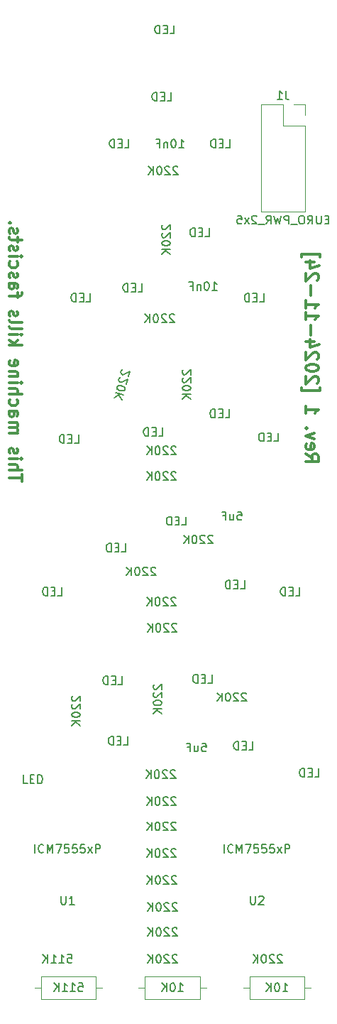
<source format=gbr>
G04 #@! TF.GenerationSoftware,KiCad,Pcbnew,8.0.6*
G04 #@! TF.CreationDate,2024-11-24T13:18:29+01:00*
G04 #@! TF.ProjectId,SS-XMAS,53532d58-4d41-4532-9e6b-696361645f70,rev?*
G04 #@! TF.SameCoordinates,Original*
G04 #@! TF.FileFunction,Legend,Bot*
G04 #@! TF.FilePolarity,Positive*
%FSLAX46Y46*%
G04 Gerber Fmt 4.6, Leading zero omitted, Abs format (unit mm)*
G04 Created by KiCad (PCBNEW 8.0.6) date 2024-11-24 13:18:29*
%MOMM*%
%LPD*%
G01*
G04 APERTURE LIST*
%ADD10C,0.300000*%
%ADD11C,0.150000*%
%ADD12C,0.120000*%
G04 APERTURE END LIST*
D10*
X89499171Y-90859774D02*
X89499171Y-90002632D01*
X87999171Y-90431203D02*
X89499171Y-90431203D01*
X87999171Y-89502632D02*
X89499171Y-89502632D01*
X87999171Y-88859775D02*
X88784885Y-88859775D01*
X88784885Y-88859775D02*
X88927742Y-88931203D01*
X88927742Y-88931203D02*
X88999171Y-89074060D01*
X88999171Y-89074060D02*
X88999171Y-89288346D01*
X88999171Y-89288346D02*
X88927742Y-89431203D01*
X88927742Y-89431203D02*
X88856314Y-89502632D01*
X87999171Y-88145489D02*
X88999171Y-88145489D01*
X89499171Y-88145489D02*
X89427742Y-88216917D01*
X89427742Y-88216917D02*
X89356314Y-88145489D01*
X89356314Y-88145489D02*
X89427742Y-88074060D01*
X89427742Y-88074060D02*
X89499171Y-88145489D01*
X89499171Y-88145489D02*
X89356314Y-88145489D01*
X88070600Y-87502631D02*
X87999171Y-87359774D01*
X87999171Y-87359774D02*
X87999171Y-87074060D01*
X87999171Y-87074060D02*
X88070600Y-86931203D01*
X88070600Y-86931203D02*
X88213457Y-86859774D01*
X88213457Y-86859774D02*
X88284885Y-86859774D01*
X88284885Y-86859774D02*
X88427742Y-86931203D01*
X88427742Y-86931203D02*
X88499171Y-87074060D01*
X88499171Y-87074060D02*
X88499171Y-87288346D01*
X88499171Y-87288346D02*
X88570600Y-87431203D01*
X88570600Y-87431203D02*
X88713457Y-87502631D01*
X88713457Y-87502631D02*
X88784885Y-87502631D01*
X88784885Y-87502631D02*
X88927742Y-87431203D01*
X88927742Y-87431203D02*
X88999171Y-87288346D01*
X88999171Y-87288346D02*
X88999171Y-87074060D01*
X88999171Y-87074060D02*
X88927742Y-86931203D01*
X87999171Y-85074060D02*
X88999171Y-85074060D01*
X88856314Y-85074060D02*
X88927742Y-85002631D01*
X88927742Y-85002631D02*
X88999171Y-84859774D01*
X88999171Y-84859774D02*
X88999171Y-84645488D01*
X88999171Y-84645488D02*
X88927742Y-84502631D01*
X88927742Y-84502631D02*
X88784885Y-84431203D01*
X88784885Y-84431203D02*
X87999171Y-84431203D01*
X88784885Y-84431203D02*
X88927742Y-84359774D01*
X88927742Y-84359774D02*
X88999171Y-84216917D01*
X88999171Y-84216917D02*
X88999171Y-84002631D01*
X88999171Y-84002631D02*
X88927742Y-83859774D01*
X88927742Y-83859774D02*
X88784885Y-83788345D01*
X88784885Y-83788345D02*
X87999171Y-83788345D01*
X87999171Y-82431203D02*
X88784885Y-82431203D01*
X88784885Y-82431203D02*
X88927742Y-82502631D01*
X88927742Y-82502631D02*
X88999171Y-82645488D01*
X88999171Y-82645488D02*
X88999171Y-82931203D01*
X88999171Y-82931203D02*
X88927742Y-83074060D01*
X88070600Y-82431203D02*
X87999171Y-82574060D01*
X87999171Y-82574060D02*
X87999171Y-82931203D01*
X87999171Y-82931203D02*
X88070600Y-83074060D01*
X88070600Y-83074060D02*
X88213457Y-83145488D01*
X88213457Y-83145488D02*
X88356314Y-83145488D01*
X88356314Y-83145488D02*
X88499171Y-83074060D01*
X88499171Y-83074060D02*
X88570600Y-82931203D01*
X88570600Y-82931203D02*
X88570600Y-82574060D01*
X88570600Y-82574060D02*
X88642028Y-82431203D01*
X88070600Y-81074060D02*
X87999171Y-81216917D01*
X87999171Y-81216917D02*
X87999171Y-81502631D01*
X87999171Y-81502631D02*
X88070600Y-81645488D01*
X88070600Y-81645488D02*
X88142028Y-81716917D01*
X88142028Y-81716917D02*
X88284885Y-81788345D01*
X88284885Y-81788345D02*
X88713457Y-81788345D01*
X88713457Y-81788345D02*
X88856314Y-81716917D01*
X88856314Y-81716917D02*
X88927742Y-81645488D01*
X88927742Y-81645488D02*
X88999171Y-81502631D01*
X88999171Y-81502631D02*
X88999171Y-81216917D01*
X88999171Y-81216917D02*
X88927742Y-81074060D01*
X87999171Y-80431203D02*
X89499171Y-80431203D01*
X87999171Y-79788346D02*
X88784885Y-79788346D01*
X88784885Y-79788346D02*
X88927742Y-79859774D01*
X88927742Y-79859774D02*
X88999171Y-80002631D01*
X88999171Y-80002631D02*
X88999171Y-80216917D01*
X88999171Y-80216917D02*
X88927742Y-80359774D01*
X88927742Y-80359774D02*
X88856314Y-80431203D01*
X87999171Y-79074060D02*
X88999171Y-79074060D01*
X89499171Y-79074060D02*
X89427742Y-79145488D01*
X89427742Y-79145488D02*
X89356314Y-79074060D01*
X89356314Y-79074060D02*
X89427742Y-79002631D01*
X89427742Y-79002631D02*
X89499171Y-79074060D01*
X89499171Y-79074060D02*
X89356314Y-79074060D01*
X88999171Y-78359774D02*
X87999171Y-78359774D01*
X88856314Y-78359774D02*
X88927742Y-78288345D01*
X88927742Y-78288345D02*
X88999171Y-78145488D01*
X88999171Y-78145488D02*
X88999171Y-77931202D01*
X88999171Y-77931202D02*
X88927742Y-77788345D01*
X88927742Y-77788345D02*
X88784885Y-77716917D01*
X88784885Y-77716917D02*
X87999171Y-77716917D01*
X88070600Y-76431202D02*
X87999171Y-76574059D01*
X87999171Y-76574059D02*
X87999171Y-76859774D01*
X87999171Y-76859774D02*
X88070600Y-77002631D01*
X88070600Y-77002631D02*
X88213457Y-77074059D01*
X88213457Y-77074059D02*
X88784885Y-77074059D01*
X88784885Y-77074059D02*
X88927742Y-77002631D01*
X88927742Y-77002631D02*
X88999171Y-76859774D01*
X88999171Y-76859774D02*
X88999171Y-76574059D01*
X88999171Y-76574059D02*
X88927742Y-76431202D01*
X88927742Y-76431202D02*
X88784885Y-76359774D01*
X88784885Y-76359774D02*
X88642028Y-76359774D01*
X88642028Y-76359774D02*
X88499171Y-77074059D01*
X87999171Y-74574060D02*
X89499171Y-74574060D01*
X88570600Y-74431203D02*
X87999171Y-74002631D01*
X88999171Y-74002631D02*
X88427742Y-74574060D01*
X87999171Y-73359774D02*
X88999171Y-73359774D01*
X89499171Y-73359774D02*
X89427742Y-73431202D01*
X89427742Y-73431202D02*
X89356314Y-73359774D01*
X89356314Y-73359774D02*
X89427742Y-73288345D01*
X89427742Y-73288345D02*
X89499171Y-73359774D01*
X89499171Y-73359774D02*
X89356314Y-73359774D01*
X87999171Y-72431202D02*
X88070600Y-72574059D01*
X88070600Y-72574059D02*
X88213457Y-72645488D01*
X88213457Y-72645488D02*
X89499171Y-72645488D01*
X87999171Y-71645488D02*
X88070600Y-71788345D01*
X88070600Y-71788345D02*
X88213457Y-71859774D01*
X88213457Y-71859774D02*
X89499171Y-71859774D01*
X88070600Y-71145488D02*
X87999171Y-71002631D01*
X87999171Y-71002631D02*
X87999171Y-70716917D01*
X87999171Y-70716917D02*
X88070600Y-70574060D01*
X88070600Y-70574060D02*
X88213457Y-70502631D01*
X88213457Y-70502631D02*
X88284885Y-70502631D01*
X88284885Y-70502631D02*
X88427742Y-70574060D01*
X88427742Y-70574060D02*
X88499171Y-70716917D01*
X88499171Y-70716917D02*
X88499171Y-70931203D01*
X88499171Y-70931203D02*
X88570600Y-71074060D01*
X88570600Y-71074060D02*
X88713457Y-71145488D01*
X88713457Y-71145488D02*
X88784885Y-71145488D01*
X88784885Y-71145488D02*
X88927742Y-71074060D01*
X88927742Y-71074060D02*
X88999171Y-70931203D01*
X88999171Y-70931203D02*
X88999171Y-70716917D01*
X88999171Y-70716917D02*
X88927742Y-70574060D01*
X88999171Y-68931202D02*
X88999171Y-68359774D01*
X87999171Y-68716917D02*
X89284885Y-68716917D01*
X89284885Y-68716917D02*
X89427742Y-68645488D01*
X89427742Y-68645488D02*
X89499171Y-68502631D01*
X89499171Y-68502631D02*
X89499171Y-68359774D01*
X87999171Y-67216917D02*
X88784885Y-67216917D01*
X88784885Y-67216917D02*
X88927742Y-67288345D01*
X88927742Y-67288345D02*
X88999171Y-67431202D01*
X88999171Y-67431202D02*
X88999171Y-67716917D01*
X88999171Y-67716917D02*
X88927742Y-67859774D01*
X88070600Y-67216917D02*
X87999171Y-67359774D01*
X87999171Y-67359774D02*
X87999171Y-67716917D01*
X87999171Y-67716917D02*
X88070600Y-67859774D01*
X88070600Y-67859774D02*
X88213457Y-67931202D01*
X88213457Y-67931202D02*
X88356314Y-67931202D01*
X88356314Y-67931202D02*
X88499171Y-67859774D01*
X88499171Y-67859774D02*
X88570600Y-67716917D01*
X88570600Y-67716917D02*
X88570600Y-67359774D01*
X88570600Y-67359774D02*
X88642028Y-67216917D01*
X88070600Y-66574059D02*
X87999171Y-66431202D01*
X87999171Y-66431202D02*
X87999171Y-66145488D01*
X87999171Y-66145488D02*
X88070600Y-66002631D01*
X88070600Y-66002631D02*
X88213457Y-65931202D01*
X88213457Y-65931202D02*
X88284885Y-65931202D01*
X88284885Y-65931202D02*
X88427742Y-66002631D01*
X88427742Y-66002631D02*
X88499171Y-66145488D01*
X88499171Y-66145488D02*
X88499171Y-66359774D01*
X88499171Y-66359774D02*
X88570600Y-66502631D01*
X88570600Y-66502631D02*
X88713457Y-66574059D01*
X88713457Y-66574059D02*
X88784885Y-66574059D01*
X88784885Y-66574059D02*
X88927742Y-66502631D01*
X88927742Y-66502631D02*
X88999171Y-66359774D01*
X88999171Y-66359774D02*
X88999171Y-66145488D01*
X88999171Y-66145488D02*
X88927742Y-66002631D01*
X88070600Y-64645488D02*
X87999171Y-64788345D01*
X87999171Y-64788345D02*
X87999171Y-65074059D01*
X87999171Y-65074059D02*
X88070600Y-65216916D01*
X88070600Y-65216916D02*
X88142028Y-65288345D01*
X88142028Y-65288345D02*
X88284885Y-65359773D01*
X88284885Y-65359773D02*
X88713457Y-65359773D01*
X88713457Y-65359773D02*
X88856314Y-65288345D01*
X88856314Y-65288345D02*
X88927742Y-65216916D01*
X88927742Y-65216916D02*
X88999171Y-65074059D01*
X88999171Y-65074059D02*
X88999171Y-64788345D01*
X88999171Y-64788345D02*
X88927742Y-64645488D01*
X87999171Y-64002631D02*
X88999171Y-64002631D01*
X89499171Y-64002631D02*
X89427742Y-64074059D01*
X89427742Y-64074059D02*
X89356314Y-64002631D01*
X89356314Y-64002631D02*
X89427742Y-63931202D01*
X89427742Y-63931202D02*
X89499171Y-64002631D01*
X89499171Y-64002631D02*
X89356314Y-64002631D01*
X88070600Y-63359773D02*
X87999171Y-63216916D01*
X87999171Y-63216916D02*
X87999171Y-62931202D01*
X87999171Y-62931202D02*
X88070600Y-62788345D01*
X88070600Y-62788345D02*
X88213457Y-62716916D01*
X88213457Y-62716916D02*
X88284885Y-62716916D01*
X88284885Y-62716916D02*
X88427742Y-62788345D01*
X88427742Y-62788345D02*
X88499171Y-62931202D01*
X88499171Y-62931202D02*
X88499171Y-63145488D01*
X88499171Y-63145488D02*
X88570600Y-63288345D01*
X88570600Y-63288345D02*
X88713457Y-63359773D01*
X88713457Y-63359773D02*
X88784885Y-63359773D01*
X88784885Y-63359773D02*
X88927742Y-63288345D01*
X88927742Y-63288345D02*
X88999171Y-63145488D01*
X88999171Y-63145488D02*
X88999171Y-62931202D01*
X88999171Y-62931202D02*
X88927742Y-62788345D01*
X88999171Y-62288344D02*
X88999171Y-61716916D01*
X89499171Y-62074059D02*
X88213457Y-62074059D01*
X88213457Y-62074059D02*
X88070600Y-62002630D01*
X88070600Y-62002630D02*
X87999171Y-61859773D01*
X87999171Y-61859773D02*
X87999171Y-61716916D01*
X88070600Y-61288344D02*
X87999171Y-61145487D01*
X87999171Y-61145487D02*
X87999171Y-60859773D01*
X87999171Y-60859773D02*
X88070600Y-60716916D01*
X88070600Y-60716916D02*
X88213457Y-60645487D01*
X88213457Y-60645487D02*
X88284885Y-60645487D01*
X88284885Y-60645487D02*
X88427742Y-60716916D01*
X88427742Y-60716916D02*
X88499171Y-60859773D01*
X88499171Y-60859773D02*
X88499171Y-61074059D01*
X88499171Y-61074059D02*
X88570600Y-61216916D01*
X88570600Y-61216916D02*
X88713457Y-61288344D01*
X88713457Y-61288344D02*
X88784885Y-61288344D01*
X88784885Y-61288344D02*
X88927742Y-61216916D01*
X88927742Y-61216916D02*
X88999171Y-61074059D01*
X88999171Y-61074059D02*
X88999171Y-60859773D01*
X88999171Y-60859773D02*
X88927742Y-60716916D01*
X88142028Y-60002630D02*
X88070600Y-59931201D01*
X88070600Y-59931201D02*
X87999171Y-60002630D01*
X87999171Y-60002630D02*
X88070600Y-60074058D01*
X88070600Y-60074058D02*
X88142028Y-60002630D01*
X88142028Y-60002630D02*
X87999171Y-60002630D01*
X123399171Y-87588346D02*
X124113457Y-88088346D01*
X123399171Y-88445489D02*
X124899171Y-88445489D01*
X124899171Y-88445489D02*
X124899171Y-87874060D01*
X124899171Y-87874060D02*
X124827742Y-87731203D01*
X124827742Y-87731203D02*
X124756314Y-87659774D01*
X124756314Y-87659774D02*
X124613457Y-87588346D01*
X124613457Y-87588346D02*
X124399171Y-87588346D01*
X124399171Y-87588346D02*
X124256314Y-87659774D01*
X124256314Y-87659774D02*
X124184885Y-87731203D01*
X124184885Y-87731203D02*
X124113457Y-87874060D01*
X124113457Y-87874060D02*
X124113457Y-88445489D01*
X123470600Y-86374060D02*
X123399171Y-86516917D01*
X123399171Y-86516917D02*
X123399171Y-86802632D01*
X123399171Y-86802632D02*
X123470600Y-86945489D01*
X123470600Y-86945489D02*
X123613457Y-87016917D01*
X123613457Y-87016917D02*
X124184885Y-87016917D01*
X124184885Y-87016917D02*
X124327742Y-86945489D01*
X124327742Y-86945489D02*
X124399171Y-86802632D01*
X124399171Y-86802632D02*
X124399171Y-86516917D01*
X124399171Y-86516917D02*
X124327742Y-86374060D01*
X124327742Y-86374060D02*
X124184885Y-86302632D01*
X124184885Y-86302632D02*
X124042028Y-86302632D01*
X124042028Y-86302632D02*
X123899171Y-87016917D01*
X124399171Y-85802632D02*
X123399171Y-85445489D01*
X123399171Y-85445489D02*
X124399171Y-85088346D01*
X123542028Y-84516918D02*
X123470600Y-84445489D01*
X123470600Y-84445489D02*
X123399171Y-84516918D01*
X123399171Y-84516918D02*
X123470600Y-84588346D01*
X123470600Y-84588346D02*
X123542028Y-84516918D01*
X123542028Y-84516918D02*
X123399171Y-84516918D01*
X123399171Y-81874060D02*
X123399171Y-82731203D01*
X123399171Y-82302632D02*
X124899171Y-82302632D01*
X124899171Y-82302632D02*
X124684885Y-82445489D01*
X124684885Y-82445489D02*
X124542028Y-82588346D01*
X124542028Y-82588346D02*
X124470600Y-82731203D01*
X122899171Y-79659775D02*
X122899171Y-80016918D01*
X122899171Y-80016918D02*
X125042028Y-80016918D01*
X125042028Y-80016918D02*
X125042028Y-79659775D01*
X124756314Y-79159775D02*
X124827742Y-79088347D01*
X124827742Y-79088347D02*
X124899171Y-78945490D01*
X124899171Y-78945490D02*
X124899171Y-78588347D01*
X124899171Y-78588347D02*
X124827742Y-78445490D01*
X124827742Y-78445490D02*
X124756314Y-78374061D01*
X124756314Y-78374061D02*
X124613457Y-78302632D01*
X124613457Y-78302632D02*
X124470600Y-78302632D01*
X124470600Y-78302632D02*
X124256314Y-78374061D01*
X124256314Y-78374061D02*
X123399171Y-79231204D01*
X123399171Y-79231204D02*
X123399171Y-78302632D01*
X124899171Y-77374061D02*
X124899171Y-77231204D01*
X124899171Y-77231204D02*
X124827742Y-77088347D01*
X124827742Y-77088347D02*
X124756314Y-77016919D01*
X124756314Y-77016919D02*
X124613457Y-76945490D01*
X124613457Y-76945490D02*
X124327742Y-76874061D01*
X124327742Y-76874061D02*
X123970600Y-76874061D01*
X123970600Y-76874061D02*
X123684885Y-76945490D01*
X123684885Y-76945490D02*
X123542028Y-77016919D01*
X123542028Y-77016919D02*
X123470600Y-77088347D01*
X123470600Y-77088347D02*
X123399171Y-77231204D01*
X123399171Y-77231204D02*
X123399171Y-77374061D01*
X123399171Y-77374061D02*
X123470600Y-77516919D01*
X123470600Y-77516919D02*
X123542028Y-77588347D01*
X123542028Y-77588347D02*
X123684885Y-77659776D01*
X123684885Y-77659776D02*
X123970600Y-77731204D01*
X123970600Y-77731204D02*
X124327742Y-77731204D01*
X124327742Y-77731204D02*
X124613457Y-77659776D01*
X124613457Y-77659776D02*
X124756314Y-77588347D01*
X124756314Y-77588347D02*
X124827742Y-77516919D01*
X124827742Y-77516919D02*
X124899171Y-77374061D01*
X124756314Y-76302633D02*
X124827742Y-76231205D01*
X124827742Y-76231205D02*
X124899171Y-76088348D01*
X124899171Y-76088348D02*
X124899171Y-75731205D01*
X124899171Y-75731205D02*
X124827742Y-75588348D01*
X124827742Y-75588348D02*
X124756314Y-75516919D01*
X124756314Y-75516919D02*
X124613457Y-75445490D01*
X124613457Y-75445490D02*
X124470600Y-75445490D01*
X124470600Y-75445490D02*
X124256314Y-75516919D01*
X124256314Y-75516919D02*
X123399171Y-76374062D01*
X123399171Y-76374062D02*
X123399171Y-75445490D01*
X124399171Y-74159777D02*
X123399171Y-74159777D01*
X124970600Y-74516919D02*
X123899171Y-74874062D01*
X123899171Y-74874062D02*
X123899171Y-73945491D01*
X123970600Y-73374063D02*
X123970600Y-72231206D01*
X123399171Y-70731205D02*
X123399171Y-71588348D01*
X123399171Y-71159777D02*
X124899171Y-71159777D01*
X124899171Y-71159777D02*
X124684885Y-71302634D01*
X124684885Y-71302634D02*
X124542028Y-71445491D01*
X124542028Y-71445491D02*
X124470600Y-71588348D01*
X123399171Y-69302634D02*
X123399171Y-70159777D01*
X123399171Y-69731206D02*
X124899171Y-69731206D01*
X124899171Y-69731206D02*
X124684885Y-69874063D01*
X124684885Y-69874063D02*
X124542028Y-70016920D01*
X124542028Y-70016920D02*
X124470600Y-70159777D01*
X123970600Y-68659778D02*
X123970600Y-67516921D01*
X124756314Y-66874063D02*
X124827742Y-66802635D01*
X124827742Y-66802635D02*
X124899171Y-66659778D01*
X124899171Y-66659778D02*
X124899171Y-66302635D01*
X124899171Y-66302635D02*
X124827742Y-66159778D01*
X124827742Y-66159778D02*
X124756314Y-66088349D01*
X124756314Y-66088349D02*
X124613457Y-66016920D01*
X124613457Y-66016920D02*
X124470600Y-66016920D01*
X124470600Y-66016920D02*
X124256314Y-66088349D01*
X124256314Y-66088349D02*
X123399171Y-66945492D01*
X123399171Y-66945492D02*
X123399171Y-66016920D01*
X124399171Y-64731207D02*
X123399171Y-64731207D01*
X124970600Y-65088349D02*
X123899171Y-65445492D01*
X123899171Y-65445492D02*
X123899171Y-64516921D01*
X122899171Y-64088350D02*
X122899171Y-63731207D01*
X122899171Y-63731207D02*
X125042028Y-63731207D01*
X125042028Y-63731207D02*
X125042028Y-64088350D01*
D11*
X106290057Y-60261905D02*
X106242438Y-60309524D01*
X106242438Y-60309524D02*
X106194819Y-60404762D01*
X106194819Y-60404762D02*
X106194819Y-60642857D01*
X106194819Y-60642857D02*
X106242438Y-60738095D01*
X106242438Y-60738095D02*
X106290057Y-60785714D01*
X106290057Y-60785714D02*
X106385295Y-60833333D01*
X106385295Y-60833333D02*
X106480533Y-60833333D01*
X106480533Y-60833333D02*
X106623390Y-60785714D01*
X106623390Y-60785714D02*
X107194819Y-60214286D01*
X107194819Y-60214286D02*
X107194819Y-60833333D01*
X106290057Y-61214286D02*
X106242438Y-61261905D01*
X106242438Y-61261905D02*
X106194819Y-61357143D01*
X106194819Y-61357143D02*
X106194819Y-61595238D01*
X106194819Y-61595238D02*
X106242438Y-61690476D01*
X106242438Y-61690476D02*
X106290057Y-61738095D01*
X106290057Y-61738095D02*
X106385295Y-61785714D01*
X106385295Y-61785714D02*
X106480533Y-61785714D01*
X106480533Y-61785714D02*
X106623390Y-61738095D01*
X106623390Y-61738095D02*
X107194819Y-61166667D01*
X107194819Y-61166667D02*
X107194819Y-61785714D01*
X106194819Y-62404762D02*
X106194819Y-62500000D01*
X106194819Y-62500000D02*
X106242438Y-62595238D01*
X106242438Y-62595238D02*
X106290057Y-62642857D01*
X106290057Y-62642857D02*
X106385295Y-62690476D01*
X106385295Y-62690476D02*
X106575771Y-62738095D01*
X106575771Y-62738095D02*
X106813866Y-62738095D01*
X106813866Y-62738095D02*
X107004342Y-62690476D01*
X107004342Y-62690476D02*
X107099580Y-62642857D01*
X107099580Y-62642857D02*
X107147200Y-62595238D01*
X107147200Y-62595238D02*
X107194819Y-62500000D01*
X107194819Y-62500000D02*
X107194819Y-62404762D01*
X107194819Y-62404762D02*
X107147200Y-62309524D01*
X107147200Y-62309524D02*
X107099580Y-62261905D01*
X107099580Y-62261905D02*
X107004342Y-62214286D01*
X107004342Y-62214286D02*
X106813866Y-62166667D01*
X106813866Y-62166667D02*
X106575771Y-62166667D01*
X106575771Y-62166667D02*
X106385295Y-62214286D01*
X106385295Y-62214286D02*
X106290057Y-62261905D01*
X106290057Y-62261905D02*
X106242438Y-62309524D01*
X106242438Y-62309524D02*
X106194819Y-62404762D01*
X107194819Y-63166667D02*
X106194819Y-63166667D01*
X107194819Y-63738095D02*
X106623390Y-63309524D01*
X106194819Y-63738095D02*
X106766247Y-63166667D01*
X116582857Y-122854819D02*
X117059047Y-122854819D01*
X117059047Y-122854819D02*
X117059047Y-121854819D01*
X116249523Y-122331009D02*
X115916190Y-122331009D01*
X115773333Y-122854819D02*
X116249523Y-122854819D01*
X116249523Y-122854819D02*
X116249523Y-121854819D01*
X116249523Y-121854819D02*
X115773333Y-121854819D01*
X115344761Y-122854819D02*
X115344761Y-121854819D01*
X115344761Y-121854819D02*
X115106666Y-121854819D01*
X115106666Y-121854819D02*
X114963809Y-121902438D01*
X114963809Y-121902438D02*
X114868571Y-121997676D01*
X114868571Y-121997676D02*
X114820952Y-122092914D01*
X114820952Y-122092914D02*
X114773333Y-122283390D01*
X114773333Y-122283390D02*
X114773333Y-122426247D01*
X114773333Y-122426247D02*
X114820952Y-122616723D01*
X114820952Y-122616723D02*
X114868571Y-122711961D01*
X114868571Y-122711961D02*
X114963809Y-122807200D01*
X114963809Y-122807200D02*
X115106666Y-122854819D01*
X115106666Y-122854819D02*
X115344761Y-122854819D01*
X116778095Y-140274819D02*
X116778095Y-141084342D01*
X116778095Y-141084342D02*
X116825714Y-141179580D01*
X116825714Y-141179580D02*
X116873333Y-141227200D01*
X116873333Y-141227200D02*
X116968571Y-141274819D01*
X116968571Y-141274819D02*
X117159047Y-141274819D01*
X117159047Y-141274819D02*
X117254285Y-141227200D01*
X117254285Y-141227200D02*
X117301904Y-141179580D01*
X117301904Y-141179580D02*
X117349523Y-141084342D01*
X117349523Y-141084342D02*
X117349523Y-140274819D01*
X117778095Y-140370057D02*
X117825714Y-140322438D01*
X117825714Y-140322438D02*
X117920952Y-140274819D01*
X117920952Y-140274819D02*
X118159047Y-140274819D01*
X118159047Y-140274819D02*
X118254285Y-140322438D01*
X118254285Y-140322438D02*
X118301904Y-140370057D01*
X118301904Y-140370057D02*
X118349523Y-140465295D01*
X118349523Y-140465295D02*
X118349523Y-140560533D01*
X118349523Y-140560533D02*
X118301904Y-140703390D01*
X118301904Y-140703390D02*
X117730476Y-141274819D01*
X117730476Y-141274819D02*
X118349523Y-141274819D01*
X113649048Y-135124819D02*
X113649048Y-134124819D01*
X114696666Y-135029580D02*
X114649047Y-135077200D01*
X114649047Y-135077200D02*
X114506190Y-135124819D01*
X114506190Y-135124819D02*
X114410952Y-135124819D01*
X114410952Y-135124819D02*
X114268095Y-135077200D01*
X114268095Y-135077200D02*
X114172857Y-134981961D01*
X114172857Y-134981961D02*
X114125238Y-134886723D01*
X114125238Y-134886723D02*
X114077619Y-134696247D01*
X114077619Y-134696247D02*
X114077619Y-134553390D01*
X114077619Y-134553390D02*
X114125238Y-134362914D01*
X114125238Y-134362914D02*
X114172857Y-134267676D01*
X114172857Y-134267676D02*
X114268095Y-134172438D01*
X114268095Y-134172438D02*
X114410952Y-134124819D01*
X114410952Y-134124819D02*
X114506190Y-134124819D01*
X114506190Y-134124819D02*
X114649047Y-134172438D01*
X114649047Y-134172438D02*
X114696666Y-134220057D01*
X115125238Y-135124819D02*
X115125238Y-134124819D01*
X115125238Y-134124819D02*
X115458571Y-134839104D01*
X115458571Y-134839104D02*
X115791904Y-134124819D01*
X115791904Y-134124819D02*
X115791904Y-135124819D01*
X116172857Y-134124819D02*
X116839523Y-134124819D01*
X116839523Y-134124819D02*
X116410952Y-135124819D01*
X117696666Y-134124819D02*
X117220476Y-134124819D01*
X117220476Y-134124819D02*
X117172857Y-134601009D01*
X117172857Y-134601009D02*
X117220476Y-134553390D01*
X117220476Y-134553390D02*
X117315714Y-134505771D01*
X117315714Y-134505771D02*
X117553809Y-134505771D01*
X117553809Y-134505771D02*
X117649047Y-134553390D01*
X117649047Y-134553390D02*
X117696666Y-134601009D01*
X117696666Y-134601009D02*
X117744285Y-134696247D01*
X117744285Y-134696247D02*
X117744285Y-134934342D01*
X117744285Y-134934342D02*
X117696666Y-135029580D01*
X117696666Y-135029580D02*
X117649047Y-135077200D01*
X117649047Y-135077200D02*
X117553809Y-135124819D01*
X117553809Y-135124819D02*
X117315714Y-135124819D01*
X117315714Y-135124819D02*
X117220476Y-135077200D01*
X117220476Y-135077200D02*
X117172857Y-135029580D01*
X118649047Y-134124819D02*
X118172857Y-134124819D01*
X118172857Y-134124819D02*
X118125238Y-134601009D01*
X118125238Y-134601009D02*
X118172857Y-134553390D01*
X118172857Y-134553390D02*
X118268095Y-134505771D01*
X118268095Y-134505771D02*
X118506190Y-134505771D01*
X118506190Y-134505771D02*
X118601428Y-134553390D01*
X118601428Y-134553390D02*
X118649047Y-134601009D01*
X118649047Y-134601009D02*
X118696666Y-134696247D01*
X118696666Y-134696247D02*
X118696666Y-134934342D01*
X118696666Y-134934342D02*
X118649047Y-135029580D01*
X118649047Y-135029580D02*
X118601428Y-135077200D01*
X118601428Y-135077200D02*
X118506190Y-135124819D01*
X118506190Y-135124819D02*
X118268095Y-135124819D01*
X118268095Y-135124819D02*
X118172857Y-135077200D01*
X118172857Y-135077200D02*
X118125238Y-135029580D01*
X119601428Y-134124819D02*
X119125238Y-134124819D01*
X119125238Y-134124819D02*
X119077619Y-134601009D01*
X119077619Y-134601009D02*
X119125238Y-134553390D01*
X119125238Y-134553390D02*
X119220476Y-134505771D01*
X119220476Y-134505771D02*
X119458571Y-134505771D01*
X119458571Y-134505771D02*
X119553809Y-134553390D01*
X119553809Y-134553390D02*
X119601428Y-134601009D01*
X119601428Y-134601009D02*
X119649047Y-134696247D01*
X119649047Y-134696247D02*
X119649047Y-134934342D01*
X119649047Y-134934342D02*
X119601428Y-135029580D01*
X119601428Y-135029580D02*
X119553809Y-135077200D01*
X119553809Y-135077200D02*
X119458571Y-135124819D01*
X119458571Y-135124819D02*
X119220476Y-135124819D01*
X119220476Y-135124819D02*
X119125238Y-135077200D01*
X119125238Y-135077200D02*
X119077619Y-135029580D01*
X119982381Y-135124819D02*
X120506190Y-134458152D01*
X119982381Y-134458152D02*
X120506190Y-135124819D01*
X120887143Y-135124819D02*
X120887143Y-134124819D01*
X120887143Y-134124819D02*
X121268095Y-134124819D01*
X121268095Y-134124819D02*
X121363333Y-134172438D01*
X121363333Y-134172438D02*
X121410952Y-134220057D01*
X121410952Y-134220057D02*
X121458571Y-134315295D01*
X121458571Y-134315295D02*
X121458571Y-134458152D01*
X121458571Y-134458152D02*
X121410952Y-134553390D01*
X121410952Y-134553390D02*
X121363333Y-134601009D01*
X121363333Y-134601009D02*
X121268095Y-134648628D01*
X121268095Y-134648628D02*
X120887143Y-134648628D01*
X94178095Y-140274819D02*
X94178095Y-141084342D01*
X94178095Y-141084342D02*
X94225714Y-141179580D01*
X94225714Y-141179580D02*
X94273333Y-141227200D01*
X94273333Y-141227200D02*
X94368571Y-141274819D01*
X94368571Y-141274819D02*
X94559047Y-141274819D01*
X94559047Y-141274819D02*
X94654285Y-141227200D01*
X94654285Y-141227200D02*
X94701904Y-141179580D01*
X94701904Y-141179580D02*
X94749523Y-141084342D01*
X94749523Y-141084342D02*
X94749523Y-140274819D01*
X95749523Y-141274819D02*
X95178095Y-141274819D01*
X95463809Y-141274819D02*
X95463809Y-140274819D01*
X95463809Y-140274819D02*
X95368571Y-140417676D01*
X95368571Y-140417676D02*
X95273333Y-140512914D01*
X95273333Y-140512914D02*
X95178095Y-140560533D01*
X91049048Y-135124819D02*
X91049048Y-134124819D01*
X92096666Y-135029580D02*
X92049047Y-135077200D01*
X92049047Y-135077200D02*
X91906190Y-135124819D01*
X91906190Y-135124819D02*
X91810952Y-135124819D01*
X91810952Y-135124819D02*
X91668095Y-135077200D01*
X91668095Y-135077200D02*
X91572857Y-134981961D01*
X91572857Y-134981961D02*
X91525238Y-134886723D01*
X91525238Y-134886723D02*
X91477619Y-134696247D01*
X91477619Y-134696247D02*
X91477619Y-134553390D01*
X91477619Y-134553390D02*
X91525238Y-134362914D01*
X91525238Y-134362914D02*
X91572857Y-134267676D01*
X91572857Y-134267676D02*
X91668095Y-134172438D01*
X91668095Y-134172438D02*
X91810952Y-134124819D01*
X91810952Y-134124819D02*
X91906190Y-134124819D01*
X91906190Y-134124819D02*
X92049047Y-134172438D01*
X92049047Y-134172438D02*
X92096666Y-134220057D01*
X92525238Y-135124819D02*
X92525238Y-134124819D01*
X92525238Y-134124819D02*
X92858571Y-134839104D01*
X92858571Y-134839104D02*
X93191904Y-134124819D01*
X93191904Y-134124819D02*
X93191904Y-135124819D01*
X93572857Y-134124819D02*
X94239523Y-134124819D01*
X94239523Y-134124819D02*
X93810952Y-135124819D01*
X95096666Y-134124819D02*
X94620476Y-134124819D01*
X94620476Y-134124819D02*
X94572857Y-134601009D01*
X94572857Y-134601009D02*
X94620476Y-134553390D01*
X94620476Y-134553390D02*
X94715714Y-134505771D01*
X94715714Y-134505771D02*
X94953809Y-134505771D01*
X94953809Y-134505771D02*
X95049047Y-134553390D01*
X95049047Y-134553390D02*
X95096666Y-134601009D01*
X95096666Y-134601009D02*
X95144285Y-134696247D01*
X95144285Y-134696247D02*
X95144285Y-134934342D01*
X95144285Y-134934342D02*
X95096666Y-135029580D01*
X95096666Y-135029580D02*
X95049047Y-135077200D01*
X95049047Y-135077200D02*
X94953809Y-135124819D01*
X94953809Y-135124819D02*
X94715714Y-135124819D01*
X94715714Y-135124819D02*
X94620476Y-135077200D01*
X94620476Y-135077200D02*
X94572857Y-135029580D01*
X96049047Y-134124819D02*
X95572857Y-134124819D01*
X95572857Y-134124819D02*
X95525238Y-134601009D01*
X95525238Y-134601009D02*
X95572857Y-134553390D01*
X95572857Y-134553390D02*
X95668095Y-134505771D01*
X95668095Y-134505771D02*
X95906190Y-134505771D01*
X95906190Y-134505771D02*
X96001428Y-134553390D01*
X96001428Y-134553390D02*
X96049047Y-134601009D01*
X96049047Y-134601009D02*
X96096666Y-134696247D01*
X96096666Y-134696247D02*
X96096666Y-134934342D01*
X96096666Y-134934342D02*
X96049047Y-135029580D01*
X96049047Y-135029580D02*
X96001428Y-135077200D01*
X96001428Y-135077200D02*
X95906190Y-135124819D01*
X95906190Y-135124819D02*
X95668095Y-135124819D01*
X95668095Y-135124819D02*
X95572857Y-135077200D01*
X95572857Y-135077200D02*
X95525238Y-135029580D01*
X97001428Y-134124819D02*
X96525238Y-134124819D01*
X96525238Y-134124819D02*
X96477619Y-134601009D01*
X96477619Y-134601009D02*
X96525238Y-134553390D01*
X96525238Y-134553390D02*
X96620476Y-134505771D01*
X96620476Y-134505771D02*
X96858571Y-134505771D01*
X96858571Y-134505771D02*
X96953809Y-134553390D01*
X96953809Y-134553390D02*
X97001428Y-134601009D01*
X97001428Y-134601009D02*
X97049047Y-134696247D01*
X97049047Y-134696247D02*
X97049047Y-134934342D01*
X97049047Y-134934342D02*
X97001428Y-135029580D01*
X97001428Y-135029580D02*
X96953809Y-135077200D01*
X96953809Y-135077200D02*
X96858571Y-135124819D01*
X96858571Y-135124819D02*
X96620476Y-135124819D01*
X96620476Y-135124819D02*
X96525238Y-135077200D01*
X96525238Y-135077200D02*
X96477619Y-135029580D01*
X97382381Y-135124819D02*
X97906190Y-134458152D01*
X97382381Y-134458152D02*
X97906190Y-135124819D01*
X98287143Y-135124819D02*
X98287143Y-134124819D01*
X98287143Y-134124819D02*
X98668095Y-134124819D01*
X98668095Y-134124819D02*
X98763333Y-134172438D01*
X98763333Y-134172438D02*
X98810952Y-134220057D01*
X98810952Y-134220057D02*
X98858571Y-134315295D01*
X98858571Y-134315295D02*
X98858571Y-134458152D01*
X98858571Y-134458152D02*
X98810952Y-134553390D01*
X98810952Y-134553390D02*
X98763333Y-134601009D01*
X98763333Y-134601009D02*
X98668095Y-134648628D01*
X98668095Y-134648628D02*
X98287143Y-134648628D01*
X120558094Y-147350057D02*
X120510475Y-147302438D01*
X120510475Y-147302438D02*
X120415237Y-147254819D01*
X120415237Y-147254819D02*
X120177142Y-147254819D01*
X120177142Y-147254819D02*
X120081904Y-147302438D01*
X120081904Y-147302438D02*
X120034285Y-147350057D01*
X120034285Y-147350057D02*
X119986666Y-147445295D01*
X119986666Y-147445295D02*
X119986666Y-147540533D01*
X119986666Y-147540533D02*
X120034285Y-147683390D01*
X120034285Y-147683390D02*
X120605713Y-148254819D01*
X120605713Y-148254819D02*
X119986666Y-148254819D01*
X119605713Y-147350057D02*
X119558094Y-147302438D01*
X119558094Y-147302438D02*
X119462856Y-147254819D01*
X119462856Y-147254819D02*
X119224761Y-147254819D01*
X119224761Y-147254819D02*
X119129523Y-147302438D01*
X119129523Y-147302438D02*
X119081904Y-147350057D01*
X119081904Y-147350057D02*
X119034285Y-147445295D01*
X119034285Y-147445295D02*
X119034285Y-147540533D01*
X119034285Y-147540533D02*
X119081904Y-147683390D01*
X119081904Y-147683390D02*
X119653332Y-148254819D01*
X119653332Y-148254819D02*
X119034285Y-148254819D01*
X118415237Y-147254819D02*
X118319999Y-147254819D01*
X118319999Y-147254819D02*
X118224761Y-147302438D01*
X118224761Y-147302438D02*
X118177142Y-147350057D01*
X118177142Y-147350057D02*
X118129523Y-147445295D01*
X118129523Y-147445295D02*
X118081904Y-147635771D01*
X118081904Y-147635771D02*
X118081904Y-147873866D01*
X118081904Y-147873866D02*
X118129523Y-148064342D01*
X118129523Y-148064342D02*
X118177142Y-148159580D01*
X118177142Y-148159580D02*
X118224761Y-148207200D01*
X118224761Y-148207200D02*
X118319999Y-148254819D01*
X118319999Y-148254819D02*
X118415237Y-148254819D01*
X118415237Y-148254819D02*
X118510475Y-148207200D01*
X118510475Y-148207200D02*
X118558094Y-148159580D01*
X118558094Y-148159580D02*
X118605713Y-148064342D01*
X118605713Y-148064342D02*
X118653332Y-147873866D01*
X118653332Y-147873866D02*
X118653332Y-147635771D01*
X118653332Y-147635771D02*
X118605713Y-147445295D01*
X118605713Y-147445295D02*
X118558094Y-147350057D01*
X118558094Y-147350057D02*
X118510475Y-147302438D01*
X118510475Y-147302438D02*
X118415237Y-147254819D01*
X117653332Y-148254819D02*
X117653332Y-147254819D01*
X117081904Y-148254819D02*
X117510475Y-147683390D01*
X117081904Y-147254819D02*
X117653332Y-147826247D01*
X94954285Y-147254819D02*
X95430475Y-147254819D01*
X95430475Y-147254819D02*
X95478094Y-147731009D01*
X95478094Y-147731009D02*
X95430475Y-147683390D01*
X95430475Y-147683390D02*
X95335237Y-147635771D01*
X95335237Y-147635771D02*
X95097142Y-147635771D01*
X95097142Y-147635771D02*
X95001904Y-147683390D01*
X95001904Y-147683390D02*
X94954285Y-147731009D01*
X94954285Y-147731009D02*
X94906666Y-147826247D01*
X94906666Y-147826247D02*
X94906666Y-148064342D01*
X94906666Y-148064342D02*
X94954285Y-148159580D01*
X94954285Y-148159580D02*
X95001904Y-148207200D01*
X95001904Y-148207200D02*
X95097142Y-148254819D01*
X95097142Y-148254819D02*
X95335237Y-148254819D01*
X95335237Y-148254819D02*
X95430475Y-148207200D01*
X95430475Y-148207200D02*
X95478094Y-148159580D01*
X93954285Y-148254819D02*
X94525713Y-148254819D01*
X94239999Y-148254819D02*
X94239999Y-147254819D01*
X94239999Y-147254819D02*
X94335237Y-147397676D01*
X94335237Y-147397676D02*
X94430475Y-147492914D01*
X94430475Y-147492914D02*
X94525713Y-147540533D01*
X93001904Y-148254819D02*
X93573332Y-148254819D01*
X93287618Y-148254819D02*
X93287618Y-147254819D01*
X93287618Y-147254819D02*
X93382856Y-147397676D01*
X93382856Y-147397676D02*
X93478094Y-147492914D01*
X93478094Y-147492914D02*
X93573332Y-147540533D01*
X92573332Y-148254819D02*
X92573332Y-147254819D01*
X92001904Y-148254819D02*
X92430475Y-147683390D01*
X92001904Y-147254819D02*
X92573332Y-147826247D01*
X120630476Y-151654819D02*
X121201904Y-151654819D01*
X120916190Y-151654819D02*
X120916190Y-150654819D01*
X120916190Y-150654819D02*
X121011428Y-150797676D01*
X121011428Y-150797676D02*
X121106666Y-150892914D01*
X121106666Y-150892914D02*
X121201904Y-150940533D01*
X120011428Y-150654819D02*
X119916190Y-150654819D01*
X119916190Y-150654819D02*
X119820952Y-150702438D01*
X119820952Y-150702438D02*
X119773333Y-150750057D01*
X119773333Y-150750057D02*
X119725714Y-150845295D01*
X119725714Y-150845295D02*
X119678095Y-151035771D01*
X119678095Y-151035771D02*
X119678095Y-151273866D01*
X119678095Y-151273866D02*
X119725714Y-151464342D01*
X119725714Y-151464342D02*
X119773333Y-151559580D01*
X119773333Y-151559580D02*
X119820952Y-151607200D01*
X119820952Y-151607200D02*
X119916190Y-151654819D01*
X119916190Y-151654819D02*
X120011428Y-151654819D01*
X120011428Y-151654819D02*
X120106666Y-151607200D01*
X120106666Y-151607200D02*
X120154285Y-151559580D01*
X120154285Y-151559580D02*
X120201904Y-151464342D01*
X120201904Y-151464342D02*
X120249523Y-151273866D01*
X120249523Y-151273866D02*
X120249523Y-151035771D01*
X120249523Y-151035771D02*
X120201904Y-150845295D01*
X120201904Y-150845295D02*
X120154285Y-150750057D01*
X120154285Y-150750057D02*
X120106666Y-150702438D01*
X120106666Y-150702438D02*
X120011428Y-150654819D01*
X119249523Y-151654819D02*
X119249523Y-150654819D01*
X118678095Y-151654819D02*
X119106666Y-151083390D01*
X118678095Y-150654819D02*
X119249523Y-151226247D01*
X108150476Y-151654819D02*
X108721904Y-151654819D01*
X108436190Y-151654819D02*
X108436190Y-150654819D01*
X108436190Y-150654819D02*
X108531428Y-150797676D01*
X108531428Y-150797676D02*
X108626666Y-150892914D01*
X108626666Y-150892914D02*
X108721904Y-150940533D01*
X107531428Y-150654819D02*
X107436190Y-150654819D01*
X107436190Y-150654819D02*
X107340952Y-150702438D01*
X107340952Y-150702438D02*
X107293333Y-150750057D01*
X107293333Y-150750057D02*
X107245714Y-150845295D01*
X107245714Y-150845295D02*
X107198095Y-151035771D01*
X107198095Y-151035771D02*
X107198095Y-151273866D01*
X107198095Y-151273866D02*
X107245714Y-151464342D01*
X107245714Y-151464342D02*
X107293333Y-151559580D01*
X107293333Y-151559580D02*
X107340952Y-151607200D01*
X107340952Y-151607200D02*
X107436190Y-151654819D01*
X107436190Y-151654819D02*
X107531428Y-151654819D01*
X107531428Y-151654819D02*
X107626666Y-151607200D01*
X107626666Y-151607200D02*
X107674285Y-151559580D01*
X107674285Y-151559580D02*
X107721904Y-151464342D01*
X107721904Y-151464342D02*
X107769523Y-151273866D01*
X107769523Y-151273866D02*
X107769523Y-151035771D01*
X107769523Y-151035771D02*
X107721904Y-150845295D01*
X107721904Y-150845295D02*
X107674285Y-150750057D01*
X107674285Y-150750057D02*
X107626666Y-150702438D01*
X107626666Y-150702438D02*
X107531428Y-150654819D01*
X106769523Y-151654819D02*
X106769523Y-150654819D01*
X106198095Y-151654819D02*
X106626666Y-151083390D01*
X106198095Y-150654819D02*
X106769523Y-151226247D01*
X96274285Y-150654819D02*
X96750475Y-150654819D01*
X96750475Y-150654819D02*
X96798094Y-151131009D01*
X96798094Y-151131009D02*
X96750475Y-151083390D01*
X96750475Y-151083390D02*
X96655237Y-151035771D01*
X96655237Y-151035771D02*
X96417142Y-151035771D01*
X96417142Y-151035771D02*
X96321904Y-151083390D01*
X96321904Y-151083390D02*
X96274285Y-151131009D01*
X96274285Y-151131009D02*
X96226666Y-151226247D01*
X96226666Y-151226247D02*
X96226666Y-151464342D01*
X96226666Y-151464342D02*
X96274285Y-151559580D01*
X96274285Y-151559580D02*
X96321904Y-151607200D01*
X96321904Y-151607200D02*
X96417142Y-151654819D01*
X96417142Y-151654819D02*
X96655237Y-151654819D01*
X96655237Y-151654819D02*
X96750475Y-151607200D01*
X96750475Y-151607200D02*
X96798094Y-151559580D01*
X95274285Y-151654819D02*
X95845713Y-151654819D01*
X95559999Y-151654819D02*
X95559999Y-150654819D01*
X95559999Y-150654819D02*
X95655237Y-150797676D01*
X95655237Y-150797676D02*
X95750475Y-150892914D01*
X95750475Y-150892914D02*
X95845713Y-150940533D01*
X94321904Y-151654819D02*
X94893332Y-151654819D01*
X94607618Y-151654819D02*
X94607618Y-150654819D01*
X94607618Y-150654819D02*
X94702856Y-150797676D01*
X94702856Y-150797676D02*
X94798094Y-150892914D01*
X94798094Y-150892914D02*
X94893332Y-150940533D01*
X93893332Y-151654819D02*
X93893332Y-150654819D01*
X93321904Y-151654819D02*
X93750475Y-151083390D01*
X93321904Y-150654819D02*
X93893332Y-151226247D01*
X101500441Y-77511572D02*
X101442120Y-77545244D01*
X101442120Y-77545244D02*
X101371474Y-77624912D01*
X101371474Y-77624912D02*
X101309850Y-77854894D01*
X101309850Y-77854894D02*
X101331197Y-77959212D01*
X101331197Y-77959212D02*
X101364869Y-78017533D01*
X101364869Y-78017533D02*
X101444537Y-78088179D01*
X101444537Y-78088179D02*
X101536530Y-78112829D01*
X101536530Y-78112829D02*
X101686845Y-78103806D01*
X101686845Y-78103806D02*
X102386699Y-77699745D01*
X102386699Y-77699745D02*
X102226477Y-78297699D01*
X101253947Y-78431501D02*
X101195626Y-78465173D01*
X101195626Y-78465173D02*
X101124980Y-78544841D01*
X101124980Y-78544841D02*
X101063356Y-78774824D01*
X101063356Y-78774824D02*
X101084703Y-78879141D01*
X101084703Y-78879141D02*
X101118375Y-78937463D01*
X101118375Y-78937463D02*
X101198043Y-79008109D01*
X101198043Y-79008109D02*
X101290036Y-79032758D01*
X101290036Y-79032758D02*
X101440350Y-79023736D01*
X101440350Y-79023736D02*
X102140204Y-78619675D01*
X102140204Y-78619675D02*
X101979983Y-79217629D01*
X100853836Y-79556764D02*
X100829186Y-79648757D01*
X100829186Y-79648757D02*
X100850534Y-79753074D01*
X100850534Y-79753074D02*
X100884205Y-79811396D01*
X100884205Y-79811396D02*
X100963873Y-79882041D01*
X100963873Y-79882041D02*
X101135535Y-79977337D01*
X101135535Y-79977337D02*
X101365517Y-80038960D01*
X101365517Y-80038960D02*
X101561828Y-80042263D01*
X101561828Y-80042263D02*
X101666145Y-80020916D01*
X101666145Y-80020916D02*
X101724466Y-79987244D01*
X101724466Y-79987244D02*
X101795112Y-79907576D01*
X101795112Y-79907576D02*
X101819762Y-79815583D01*
X101819762Y-79815583D02*
X101798415Y-79711265D01*
X101798415Y-79711265D02*
X101764743Y-79652944D01*
X101764743Y-79652944D02*
X101685075Y-79582298D01*
X101685075Y-79582298D02*
X101513414Y-79487003D01*
X101513414Y-79487003D02*
X101283431Y-79425379D01*
X101283431Y-79425379D02*
X101087121Y-79422077D01*
X101087121Y-79422077D02*
X100982803Y-79443424D01*
X100982803Y-79443424D02*
X100924482Y-79477096D01*
X100924482Y-79477096D02*
X100853836Y-79556764D01*
X101622566Y-80551526D02*
X100656640Y-80292707D01*
X101474670Y-81103484D02*
X101033634Y-80541619D01*
X100508744Y-80844665D02*
X101208598Y-80440604D01*
X95550057Y-116461905D02*
X95502438Y-116509524D01*
X95502438Y-116509524D02*
X95454819Y-116604762D01*
X95454819Y-116604762D02*
X95454819Y-116842857D01*
X95454819Y-116842857D02*
X95502438Y-116938095D01*
X95502438Y-116938095D02*
X95550057Y-116985714D01*
X95550057Y-116985714D02*
X95645295Y-117033333D01*
X95645295Y-117033333D02*
X95740533Y-117033333D01*
X95740533Y-117033333D02*
X95883390Y-116985714D01*
X95883390Y-116985714D02*
X96454819Y-116414286D01*
X96454819Y-116414286D02*
X96454819Y-117033333D01*
X95550057Y-117414286D02*
X95502438Y-117461905D01*
X95502438Y-117461905D02*
X95454819Y-117557143D01*
X95454819Y-117557143D02*
X95454819Y-117795238D01*
X95454819Y-117795238D02*
X95502438Y-117890476D01*
X95502438Y-117890476D02*
X95550057Y-117938095D01*
X95550057Y-117938095D02*
X95645295Y-117985714D01*
X95645295Y-117985714D02*
X95740533Y-117985714D01*
X95740533Y-117985714D02*
X95883390Y-117938095D01*
X95883390Y-117938095D02*
X96454819Y-117366667D01*
X96454819Y-117366667D02*
X96454819Y-117985714D01*
X95454819Y-118604762D02*
X95454819Y-118700000D01*
X95454819Y-118700000D02*
X95502438Y-118795238D01*
X95502438Y-118795238D02*
X95550057Y-118842857D01*
X95550057Y-118842857D02*
X95645295Y-118890476D01*
X95645295Y-118890476D02*
X95835771Y-118938095D01*
X95835771Y-118938095D02*
X96073866Y-118938095D01*
X96073866Y-118938095D02*
X96264342Y-118890476D01*
X96264342Y-118890476D02*
X96359580Y-118842857D01*
X96359580Y-118842857D02*
X96407200Y-118795238D01*
X96407200Y-118795238D02*
X96454819Y-118700000D01*
X96454819Y-118700000D02*
X96454819Y-118604762D01*
X96454819Y-118604762D02*
X96407200Y-118509524D01*
X96407200Y-118509524D02*
X96359580Y-118461905D01*
X96359580Y-118461905D02*
X96264342Y-118414286D01*
X96264342Y-118414286D02*
X96073866Y-118366667D01*
X96073866Y-118366667D02*
X95835771Y-118366667D01*
X95835771Y-118366667D02*
X95645295Y-118414286D01*
X95645295Y-118414286D02*
X95550057Y-118461905D01*
X95550057Y-118461905D02*
X95502438Y-118509524D01*
X95502438Y-118509524D02*
X95454819Y-118604762D01*
X96454819Y-119366667D02*
X95454819Y-119366667D01*
X96454819Y-119938095D02*
X95883390Y-119509524D01*
X95454819Y-119938095D02*
X96026247Y-119366667D01*
X105458094Y-101150057D02*
X105410475Y-101102438D01*
X105410475Y-101102438D02*
X105315237Y-101054819D01*
X105315237Y-101054819D02*
X105077142Y-101054819D01*
X105077142Y-101054819D02*
X104981904Y-101102438D01*
X104981904Y-101102438D02*
X104934285Y-101150057D01*
X104934285Y-101150057D02*
X104886666Y-101245295D01*
X104886666Y-101245295D02*
X104886666Y-101340533D01*
X104886666Y-101340533D02*
X104934285Y-101483390D01*
X104934285Y-101483390D02*
X105505713Y-102054819D01*
X105505713Y-102054819D02*
X104886666Y-102054819D01*
X104505713Y-101150057D02*
X104458094Y-101102438D01*
X104458094Y-101102438D02*
X104362856Y-101054819D01*
X104362856Y-101054819D02*
X104124761Y-101054819D01*
X104124761Y-101054819D02*
X104029523Y-101102438D01*
X104029523Y-101102438D02*
X103981904Y-101150057D01*
X103981904Y-101150057D02*
X103934285Y-101245295D01*
X103934285Y-101245295D02*
X103934285Y-101340533D01*
X103934285Y-101340533D02*
X103981904Y-101483390D01*
X103981904Y-101483390D02*
X104553332Y-102054819D01*
X104553332Y-102054819D02*
X103934285Y-102054819D01*
X103315237Y-101054819D02*
X103219999Y-101054819D01*
X103219999Y-101054819D02*
X103124761Y-101102438D01*
X103124761Y-101102438D02*
X103077142Y-101150057D01*
X103077142Y-101150057D02*
X103029523Y-101245295D01*
X103029523Y-101245295D02*
X102981904Y-101435771D01*
X102981904Y-101435771D02*
X102981904Y-101673866D01*
X102981904Y-101673866D02*
X103029523Y-101864342D01*
X103029523Y-101864342D02*
X103077142Y-101959580D01*
X103077142Y-101959580D02*
X103124761Y-102007200D01*
X103124761Y-102007200D02*
X103219999Y-102054819D01*
X103219999Y-102054819D02*
X103315237Y-102054819D01*
X103315237Y-102054819D02*
X103410475Y-102007200D01*
X103410475Y-102007200D02*
X103458094Y-101959580D01*
X103458094Y-101959580D02*
X103505713Y-101864342D01*
X103505713Y-101864342D02*
X103553332Y-101673866D01*
X103553332Y-101673866D02*
X103553332Y-101435771D01*
X103553332Y-101435771D02*
X103505713Y-101245295D01*
X103505713Y-101245295D02*
X103458094Y-101150057D01*
X103458094Y-101150057D02*
X103410475Y-101102438D01*
X103410475Y-101102438D02*
X103315237Y-101054819D01*
X102553332Y-102054819D02*
X102553332Y-101054819D01*
X101981904Y-102054819D02*
X102410475Y-101483390D01*
X101981904Y-101054819D02*
X102553332Y-101626247D01*
X112278094Y-97350057D02*
X112230475Y-97302438D01*
X112230475Y-97302438D02*
X112135237Y-97254819D01*
X112135237Y-97254819D02*
X111897142Y-97254819D01*
X111897142Y-97254819D02*
X111801904Y-97302438D01*
X111801904Y-97302438D02*
X111754285Y-97350057D01*
X111754285Y-97350057D02*
X111706666Y-97445295D01*
X111706666Y-97445295D02*
X111706666Y-97540533D01*
X111706666Y-97540533D02*
X111754285Y-97683390D01*
X111754285Y-97683390D02*
X112325713Y-98254819D01*
X112325713Y-98254819D02*
X111706666Y-98254819D01*
X111325713Y-97350057D02*
X111278094Y-97302438D01*
X111278094Y-97302438D02*
X111182856Y-97254819D01*
X111182856Y-97254819D02*
X110944761Y-97254819D01*
X110944761Y-97254819D02*
X110849523Y-97302438D01*
X110849523Y-97302438D02*
X110801904Y-97350057D01*
X110801904Y-97350057D02*
X110754285Y-97445295D01*
X110754285Y-97445295D02*
X110754285Y-97540533D01*
X110754285Y-97540533D02*
X110801904Y-97683390D01*
X110801904Y-97683390D02*
X111373332Y-98254819D01*
X111373332Y-98254819D02*
X110754285Y-98254819D01*
X110135237Y-97254819D02*
X110039999Y-97254819D01*
X110039999Y-97254819D02*
X109944761Y-97302438D01*
X109944761Y-97302438D02*
X109897142Y-97350057D01*
X109897142Y-97350057D02*
X109849523Y-97445295D01*
X109849523Y-97445295D02*
X109801904Y-97635771D01*
X109801904Y-97635771D02*
X109801904Y-97873866D01*
X109801904Y-97873866D02*
X109849523Y-98064342D01*
X109849523Y-98064342D02*
X109897142Y-98159580D01*
X109897142Y-98159580D02*
X109944761Y-98207200D01*
X109944761Y-98207200D02*
X110039999Y-98254819D01*
X110039999Y-98254819D02*
X110135237Y-98254819D01*
X110135237Y-98254819D02*
X110230475Y-98207200D01*
X110230475Y-98207200D02*
X110278094Y-98159580D01*
X110278094Y-98159580D02*
X110325713Y-98064342D01*
X110325713Y-98064342D02*
X110373332Y-97873866D01*
X110373332Y-97873866D02*
X110373332Y-97635771D01*
X110373332Y-97635771D02*
X110325713Y-97445295D01*
X110325713Y-97445295D02*
X110278094Y-97350057D01*
X110278094Y-97350057D02*
X110230475Y-97302438D01*
X110230475Y-97302438D02*
X110135237Y-97254819D01*
X109373332Y-98254819D02*
X109373332Y-97254819D01*
X108801904Y-98254819D02*
X109230475Y-97683390D01*
X108801904Y-97254819D02*
X109373332Y-97826247D01*
X116278094Y-116150057D02*
X116230475Y-116102438D01*
X116230475Y-116102438D02*
X116135237Y-116054819D01*
X116135237Y-116054819D02*
X115897142Y-116054819D01*
X115897142Y-116054819D02*
X115801904Y-116102438D01*
X115801904Y-116102438D02*
X115754285Y-116150057D01*
X115754285Y-116150057D02*
X115706666Y-116245295D01*
X115706666Y-116245295D02*
X115706666Y-116340533D01*
X115706666Y-116340533D02*
X115754285Y-116483390D01*
X115754285Y-116483390D02*
X116325713Y-117054819D01*
X116325713Y-117054819D02*
X115706666Y-117054819D01*
X115325713Y-116150057D02*
X115278094Y-116102438D01*
X115278094Y-116102438D02*
X115182856Y-116054819D01*
X115182856Y-116054819D02*
X114944761Y-116054819D01*
X114944761Y-116054819D02*
X114849523Y-116102438D01*
X114849523Y-116102438D02*
X114801904Y-116150057D01*
X114801904Y-116150057D02*
X114754285Y-116245295D01*
X114754285Y-116245295D02*
X114754285Y-116340533D01*
X114754285Y-116340533D02*
X114801904Y-116483390D01*
X114801904Y-116483390D02*
X115373332Y-117054819D01*
X115373332Y-117054819D02*
X114754285Y-117054819D01*
X114135237Y-116054819D02*
X114039999Y-116054819D01*
X114039999Y-116054819D02*
X113944761Y-116102438D01*
X113944761Y-116102438D02*
X113897142Y-116150057D01*
X113897142Y-116150057D02*
X113849523Y-116245295D01*
X113849523Y-116245295D02*
X113801904Y-116435771D01*
X113801904Y-116435771D02*
X113801904Y-116673866D01*
X113801904Y-116673866D02*
X113849523Y-116864342D01*
X113849523Y-116864342D02*
X113897142Y-116959580D01*
X113897142Y-116959580D02*
X113944761Y-117007200D01*
X113944761Y-117007200D02*
X114039999Y-117054819D01*
X114039999Y-117054819D02*
X114135237Y-117054819D01*
X114135237Y-117054819D02*
X114230475Y-117007200D01*
X114230475Y-117007200D02*
X114278094Y-116959580D01*
X114278094Y-116959580D02*
X114325713Y-116864342D01*
X114325713Y-116864342D02*
X114373332Y-116673866D01*
X114373332Y-116673866D02*
X114373332Y-116435771D01*
X114373332Y-116435771D02*
X114325713Y-116245295D01*
X114325713Y-116245295D02*
X114278094Y-116150057D01*
X114278094Y-116150057D02*
X114230475Y-116102438D01*
X114230475Y-116102438D02*
X114135237Y-116054819D01*
X113373332Y-117054819D02*
X113373332Y-116054819D01*
X112801904Y-117054819D02*
X113230475Y-116483390D01*
X112801904Y-116054819D02*
X113373332Y-116626247D01*
X105290057Y-115061905D02*
X105242438Y-115109524D01*
X105242438Y-115109524D02*
X105194819Y-115204762D01*
X105194819Y-115204762D02*
X105194819Y-115442857D01*
X105194819Y-115442857D02*
X105242438Y-115538095D01*
X105242438Y-115538095D02*
X105290057Y-115585714D01*
X105290057Y-115585714D02*
X105385295Y-115633333D01*
X105385295Y-115633333D02*
X105480533Y-115633333D01*
X105480533Y-115633333D02*
X105623390Y-115585714D01*
X105623390Y-115585714D02*
X106194819Y-115014286D01*
X106194819Y-115014286D02*
X106194819Y-115633333D01*
X105290057Y-116014286D02*
X105242438Y-116061905D01*
X105242438Y-116061905D02*
X105194819Y-116157143D01*
X105194819Y-116157143D02*
X105194819Y-116395238D01*
X105194819Y-116395238D02*
X105242438Y-116490476D01*
X105242438Y-116490476D02*
X105290057Y-116538095D01*
X105290057Y-116538095D02*
X105385295Y-116585714D01*
X105385295Y-116585714D02*
X105480533Y-116585714D01*
X105480533Y-116585714D02*
X105623390Y-116538095D01*
X105623390Y-116538095D02*
X106194819Y-115966667D01*
X106194819Y-115966667D02*
X106194819Y-116585714D01*
X105194819Y-117204762D02*
X105194819Y-117300000D01*
X105194819Y-117300000D02*
X105242438Y-117395238D01*
X105242438Y-117395238D02*
X105290057Y-117442857D01*
X105290057Y-117442857D02*
X105385295Y-117490476D01*
X105385295Y-117490476D02*
X105575771Y-117538095D01*
X105575771Y-117538095D02*
X105813866Y-117538095D01*
X105813866Y-117538095D02*
X106004342Y-117490476D01*
X106004342Y-117490476D02*
X106099580Y-117442857D01*
X106099580Y-117442857D02*
X106147200Y-117395238D01*
X106147200Y-117395238D02*
X106194819Y-117300000D01*
X106194819Y-117300000D02*
X106194819Y-117204762D01*
X106194819Y-117204762D02*
X106147200Y-117109524D01*
X106147200Y-117109524D02*
X106099580Y-117061905D01*
X106099580Y-117061905D02*
X106004342Y-117014286D01*
X106004342Y-117014286D02*
X105813866Y-116966667D01*
X105813866Y-116966667D02*
X105575771Y-116966667D01*
X105575771Y-116966667D02*
X105385295Y-117014286D01*
X105385295Y-117014286D02*
X105290057Y-117061905D01*
X105290057Y-117061905D02*
X105242438Y-117109524D01*
X105242438Y-117109524D02*
X105194819Y-117204762D01*
X106194819Y-117966667D02*
X105194819Y-117966667D01*
X106194819Y-118538095D02*
X105623390Y-118109524D01*
X105194819Y-118538095D02*
X105766247Y-117966667D01*
X108750057Y-77541905D02*
X108702438Y-77589524D01*
X108702438Y-77589524D02*
X108654819Y-77684762D01*
X108654819Y-77684762D02*
X108654819Y-77922857D01*
X108654819Y-77922857D02*
X108702438Y-78018095D01*
X108702438Y-78018095D02*
X108750057Y-78065714D01*
X108750057Y-78065714D02*
X108845295Y-78113333D01*
X108845295Y-78113333D02*
X108940533Y-78113333D01*
X108940533Y-78113333D02*
X109083390Y-78065714D01*
X109083390Y-78065714D02*
X109654819Y-77494286D01*
X109654819Y-77494286D02*
X109654819Y-78113333D01*
X108750057Y-78494286D02*
X108702438Y-78541905D01*
X108702438Y-78541905D02*
X108654819Y-78637143D01*
X108654819Y-78637143D02*
X108654819Y-78875238D01*
X108654819Y-78875238D02*
X108702438Y-78970476D01*
X108702438Y-78970476D02*
X108750057Y-79018095D01*
X108750057Y-79018095D02*
X108845295Y-79065714D01*
X108845295Y-79065714D02*
X108940533Y-79065714D01*
X108940533Y-79065714D02*
X109083390Y-79018095D01*
X109083390Y-79018095D02*
X109654819Y-78446667D01*
X109654819Y-78446667D02*
X109654819Y-79065714D01*
X108654819Y-79684762D02*
X108654819Y-79780000D01*
X108654819Y-79780000D02*
X108702438Y-79875238D01*
X108702438Y-79875238D02*
X108750057Y-79922857D01*
X108750057Y-79922857D02*
X108845295Y-79970476D01*
X108845295Y-79970476D02*
X109035771Y-80018095D01*
X109035771Y-80018095D02*
X109273866Y-80018095D01*
X109273866Y-80018095D02*
X109464342Y-79970476D01*
X109464342Y-79970476D02*
X109559580Y-79922857D01*
X109559580Y-79922857D02*
X109607200Y-79875238D01*
X109607200Y-79875238D02*
X109654819Y-79780000D01*
X109654819Y-79780000D02*
X109654819Y-79684762D01*
X109654819Y-79684762D02*
X109607200Y-79589524D01*
X109607200Y-79589524D02*
X109559580Y-79541905D01*
X109559580Y-79541905D02*
X109464342Y-79494286D01*
X109464342Y-79494286D02*
X109273866Y-79446667D01*
X109273866Y-79446667D02*
X109035771Y-79446667D01*
X109035771Y-79446667D02*
X108845295Y-79494286D01*
X108845295Y-79494286D02*
X108750057Y-79541905D01*
X108750057Y-79541905D02*
X108702438Y-79589524D01*
X108702438Y-79589524D02*
X108654819Y-79684762D01*
X109654819Y-80446667D02*
X108654819Y-80446667D01*
X109654819Y-81018095D02*
X109083390Y-80589524D01*
X108654819Y-81018095D02*
X109226247Y-80446667D01*
X107998094Y-147350057D02*
X107950475Y-147302438D01*
X107950475Y-147302438D02*
X107855237Y-147254819D01*
X107855237Y-147254819D02*
X107617142Y-147254819D01*
X107617142Y-147254819D02*
X107521904Y-147302438D01*
X107521904Y-147302438D02*
X107474285Y-147350057D01*
X107474285Y-147350057D02*
X107426666Y-147445295D01*
X107426666Y-147445295D02*
X107426666Y-147540533D01*
X107426666Y-147540533D02*
X107474285Y-147683390D01*
X107474285Y-147683390D02*
X108045713Y-148254819D01*
X108045713Y-148254819D02*
X107426666Y-148254819D01*
X107045713Y-147350057D02*
X106998094Y-147302438D01*
X106998094Y-147302438D02*
X106902856Y-147254819D01*
X106902856Y-147254819D02*
X106664761Y-147254819D01*
X106664761Y-147254819D02*
X106569523Y-147302438D01*
X106569523Y-147302438D02*
X106521904Y-147350057D01*
X106521904Y-147350057D02*
X106474285Y-147445295D01*
X106474285Y-147445295D02*
X106474285Y-147540533D01*
X106474285Y-147540533D02*
X106521904Y-147683390D01*
X106521904Y-147683390D02*
X107093332Y-148254819D01*
X107093332Y-148254819D02*
X106474285Y-148254819D01*
X105855237Y-147254819D02*
X105759999Y-147254819D01*
X105759999Y-147254819D02*
X105664761Y-147302438D01*
X105664761Y-147302438D02*
X105617142Y-147350057D01*
X105617142Y-147350057D02*
X105569523Y-147445295D01*
X105569523Y-147445295D02*
X105521904Y-147635771D01*
X105521904Y-147635771D02*
X105521904Y-147873866D01*
X105521904Y-147873866D02*
X105569523Y-148064342D01*
X105569523Y-148064342D02*
X105617142Y-148159580D01*
X105617142Y-148159580D02*
X105664761Y-148207200D01*
X105664761Y-148207200D02*
X105759999Y-148254819D01*
X105759999Y-148254819D02*
X105855237Y-148254819D01*
X105855237Y-148254819D02*
X105950475Y-148207200D01*
X105950475Y-148207200D02*
X105998094Y-148159580D01*
X105998094Y-148159580D02*
X106045713Y-148064342D01*
X106045713Y-148064342D02*
X106093332Y-147873866D01*
X106093332Y-147873866D02*
X106093332Y-147635771D01*
X106093332Y-147635771D02*
X106045713Y-147445295D01*
X106045713Y-147445295D02*
X105998094Y-147350057D01*
X105998094Y-147350057D02*
X105950475Y-147302438D01*
X105950475Y-147302438D02*
X105855237Y-147254819D01*
X105093332Y-148254819D02*
X105093332Y-147254819D01*
X104521904Y-148254819D02*
X104950475Y-147683390D01*
X104521904Y-147254819D02*
X105093332Y-147826247D01*
X107998094Y-144150057D02*
X107950475Y-144102438D01*
X107950475Y-144102438D02*
X107855237Y-144054819D01*
X107855237Y-144054819D02*
X107617142Y-144054819D01*
X107617142Y-144054819D02*
X107521904Y-144102438D01*
X107521904Y-144102438D02*
X107474285Y-144150057D01*
X107474285Y-144150057D02*
X107426666Y-144245295D01*
X107426666Y-144245295D02*
X107426666Y-144340533D01*
X107426666Y-144340533D02*
X107474285Y-144483390D01*
X107474285Y-144483390D02*
X108045713Y-145054819D01*
X108045713Y-145054819D02*
X107426666Y-145054819D01*
X107045713Y-144150057D02*
X106998094Y-144102438D01*
X106998094Y-144102438D02*
X106902856Y-144054819D01*
X106902856Y-144054819D02*
X106664761Y-144054819D01*
X106664761Y-144054819D02*
X106569523Y-144102438D01*
X106569523Y-144102438D02*
X106521904Y-144150057D01*
X106521904Y-144150057D02*
X106474285Y-144245295D01*
X106474285Y-144245295D02*
X106474285Y-144340533D01*
X106474285Y-144340533D02*
X106521904Y-144483390D01*
X106521904Y-144483390D02*
X107093332Y-145054819D01*
X107093332Y-145054819D02*
X106474285Y-145054819D01*
X105855237Y-144054819D02*
X105759999Y-144054819D01*
X105759999Y-144054819D02*
X105664761Y-144102438D01*
X105664761Y-144102438D02*
X105617142Y-144150057D01*
X105617142Y-144150057D02*
X105569523Y-144245295D01*
X105569523Y-144245295D02*
X105521904Y-144435771D01*
X105521904Y-144435771D02*
X105521904Y-144673866D01*
X105521904Y-144673866D02*
X105569523Y-144864342D01*
X105569523Y-144864342D02*
X105617142Y-144959580D01*
X105617142Y-144959580D02*
X105664761Y-145007200D01*
X105664761Y-145007200D02*
X105759999Y-145054819D01*
X105759999Y-145054819D02*
X105855237Y-145054819D01*
X105855237Y-145054819D02*
X105950475Y-145007200D01*
X105950475Y-145007200D02*
X105998094Y-144959580D01*
X105998094Y-144959580D02*
X106045713Y-144864342D01*
X106045713Y-144864342D02*
X106093332Y-144673866D01*
X106093332Y-144673866D02*
X106093332Y-144435771D01*
X106093332Y-144435771D02*
X106045713Y-144245295D01*
X106045713Y-144245295D02*
X105998094Y-144150057D01*
X105998094Y-144150057D02*
X105950475Y-144102438D01*
X105950475Y-144102438D02*
X105855237Y-144054819D01*
X105093332Y-145054819D02*
X105093332Y-144054819D01*
X104521904Y-145054819D02*
X104950475Y-144483390D01*
X104521904Y-144054819D02*
X105093332Y-144626247D01*
X107998094Y-141150057D02*
X107950475Y-141102438D01*
X107950475Y-141102438D02*
X107855237Y-141054819D01*
X107855237Y-141054819D02*
X107617142Y-141054819D01*
X107617142Y-141054819D02*
X107521904Y-141102438D01*
X107521904Y-141102438D02*
X107474285Y-141150057D01*
X107474285Y-141150057D02*
X107426666Y-141245295D01*
X107426666Y-141245295D02*
X107426666Y-141340533D01*
X107426666Y-141340533D02*
X107474285Y-141483390D01*
X107474285Y-141483390D02*
X108045713Y-142054819D01*
X108045713Y-142054819D02*
X107426666Y-142054819D01*
X107045713Y-141150057D02*
X106998094Y-141102438D01*
X106998094Y-141102438D02*
X106902856Y-141054819D01*
X106902856Y-141054819D02*
X106664761Y-141054819D01*
X106664761Y-141054819D02*
X106569523Y-141102438D01*
X106569523Y-141102438D02*
X106521904Y-141150057D01*
X106521904Y-141150057D02*
X106474285Y-141245295D01*
X106474285Y-141245295D02*
X106474285Y-141340533D01*
X106474285Y-141340533D02*
X106521904Y-141483390D01*
X106521904Y-141483390D02*
X107093332Y-142054819D01*
X107093332Y-142054819D02*
X106474285Y-142054819D01*
X105855237Y-141054819D02*
X105759999Y-141054819D01*
X105759999Y-141054819D02*
X105664761Y-141102438D01*
X105664761Y-141102438D02*
X105617142Y-141150057D01*
X105617142Y-141150057D02*
X105569523Y-141245295D01*
X105569523Y-141245295D02*
X105521904Y-141435771D01*
X105521904Y-141435771D02*
X105521904Y-141673866D01*
X105521904Y-141673866D02*
X105569523Y-141864342D01*
X105569523Y-141864342D02*
X105617142Y-141959580D01*
X105617142Y-141959580D02*
X105664761Y-142007200D01*
X105664761Y-142007200D02*
X105759999Y-142054819D01*
X105759999Y-142054819D02*
X105855237Y-142054819D01*
X105855237Y-142054819D02*
X105950475Y-142007200D01*
X105950475Y-142007200D02*
X105998094Y-141959580D01*
X105998094Y-141959580D02*
X106045713Y-141864342D01*
X106045713Y-141864342D02*
X106093332Y-141673866D01*
X106093332Y-141673866D02*
X106093332Y-141435771D01*
X106093332Y-141435771D02*
X106045713Y-141245295D01*
X106045713Y-141245295D02*
X105998094Y-141150057D01*
X105998094Y-141150057D02*
X105950475Y-141102438D01*
X105950475Y-141102438D02*
X105855237Y-141054819D01*
X105093332Y-142054819D02*
X105093332Y-141054819D01*
X104521904Y-142054819D02*
X104950475Y-141483390D01*
X104521904Y-141054819D02*
X105093332Y-141626247D01*
X107918094Y-137950057D02*
X107870475Y-137902438D01*
X107870475Y-137902438D02*
X107775237Y-137854819D01*
X107775237Y-137854819D02*
X107537142Y-137854819D01*
X107537142Y-137854819D02*
X107441904Y-137902438D01*
X107441904Y-137902438D02*
X107394285Y-137950057D01*
X107394285Y-137950057D02*
X107346666Y-138045295D01*
X107346666Y-138045295D02*
X107346666Y-138140533D01*
X107346666Y-138140533D02*
X107394285Y-138283390D01*
X107394285Y-138283390D02*
X107965713Y-138854819D01*
X107965713Y-138854819D02*
X107346666Y-138854819D01*
X106965713Y-137950057D02*
X106918094Y-137902438D01*
X106918094Y-137902438D02*
X106822856Y-137854819D01*
X106822856Y-137854819D02*
X106584761Y-137854819D01*
X106584761Y-137854819D02*
X106489523Y-137902438D01*
X106489523Y-137902438D02*
X106441904Y-137950057D01*
X106441904Y-137950057D02*
X106394285Y-138045295D01*
X106394285Y-138045295D02*
X106394285Y-138140533D01*
X106394285Y-138140533D02*
X106441904Y-138283390D01*
X106441904Y-138283390D02*
X107013332Y-138854819D01*
X107013332Y-138854819D02*
X106394285Y-138854819D01*
X105775237Y-137854819D02*
X105679999Y-137854819D01*
X105679999Y-137854819D02*
X105584761Y-137902438D01*
X105584761Y-137902438D02*
X105537142Y-137950057D01*
X105537142Y-137950057D02*
X105489523Y-138045295D01*
X105489523Y-138045295D02*
X105441904Y-138235771D01*
X105441904Y-138235771D02*
X105441904Y-138473866D01*
X105441904Y-138473866D02*
X105489523Y-138664342D01*
X105489523Y-138664342D02*
X105537142Y-138759580D01*
X105537142Y-138759580D02*
X105584761Y-138807200D01*
X105584761Y-138807200D02*
X105679999Y-138854819D01*
X105679999Y-138854819D02*
X105775237Y-138854819D01*
X105775237Y-138854819D02*
X105870475Y-138807200D01*
X105870475Y-138807200D02*
X105918094Y-138759580D01*
X105918094Y-138759580D02*
X105965713Y-138664342D01*
X105965713Y-138664342D02*
X106013332Y-138473866D01*
X106013332Y-138473866D02*
X106013332Y-138235771D01*
X106013332Y-138235771D02*
X105965713Y-138045295D01*
X105965713Y-138045295D02*
X105918094Y-137950057D01*
X105918094Y-137950057D02*
X105870475Y-137902438D01*
X105870475Y-137902438D02*
X105775237Y-137854819D01*
X105013332Y-138854819D02*
X105013332Y-137854819D01*
X104441904Y-138854819D02*
X104870475Y-138283390D01*
X104441904Y-137854819D02*
X105013332Y-138426247D01*
X107878094Y-134750057D02*
X107830475Y-134702438D01*
X107830475Y-134702438D02*
X107735237Y-134654819D01*
X107735237Y-134654819D02*
X107497142Y-134654819D01*
X107497142Y-134654819D02*
X107401904Y-134702438D01*
X107401904Y-134702438D02*
X107354285Y-134750057D01*
X107354285Y-134750057D02*
X107306666Y-134845295D01*
X107306666Y-134845295D02*
X107306666Y-134940533D01*
X107306666Y-134940533D02*
X107354285Y-135083390D01*
X107354285Y-135083390D02*
X107925713Y-135654819D01*
X107925713Y-135654819D02*
X107306666Y-135654819D01*
X106925713Y-134750057D02*
X106878094Y-134702438D01*
X106878094Y-134702438D02*
X106782856Y-134654819D01*
X106782856Y-134654819D02*
X106544761Y-134654819D01*
X106544761Y-134654819D02*
X106449523Y-134702438D01*
X106449523Y-134702438D02*
X106401904Y-134750057D01*
X106401904Y-134750057D02*
X106354285Y-134845295D01*
X106354285Y-134845295D02*
X106354285Y-134940533D01*
X106354285Y-134940533D02*
X106401904Y-135083390D01*
X106401904Y-135083390D02*
X106973332Y-135654819D01*
X106973332Y-135654819D02*
X106354285Y-135654819D01*
X105735237Y-134654819D02*
X105639999Y-134654819D01*
X105639999Y-134654819D02*
X105544761Y-134702438D01*
X105544761Y-134702438D02*
X105497142Y-134750057D01*
X105497142Y-134750057D02*
X105449523Y-134845295D01*
X105449523Y-134845295D02*
X105401904Y-135035771D01*
X105401904Y-135035771D02*
X105401904Y-135273866D01*
X105401904Y-135273866D02*
X105449523Y-135464342D01*
X105449523Y-135464342D02*
X105497142Y-135559580D01*
X105497142Y-135559580D02*
X105544761Y-135607200D01*
X105544761Y-135607200D02*
X105639999Y-135654819D01*
X105639999Y-135654819D02*
X105735237Y-135654819D01*
X105735237Y-135654819D02*
X105830475Y-135607200D01*
X105830475Y-135607200D02*
X105878094Y-135559580D01*
X105878094Y-135559580D02*
X105925713Y-135464342D01*
X105925713Y-135464342D02*
X105973332Y-135273866D01*
X105973332Y-135273866D02*
X105973332Y-135035771D01*
X105973332Y-135035771D02*
X105925713Y-134845295D01*
X105925713Y-134845295D02*
X105878094Y-134750057D01*
X105878094Y-134750057D02*
X105830475Y-134702438D01*
X105830475Y-134702438D02*
X105735237Y-134654819D01*
X104973332Y-135654819D02*
X104973332Y-134654819D01*
X104401904Y-135654819D02*
X104830475Y-135083390D01*
X104401904Y-134654819D02*
X104973332Y-135226247D01*
X107878094Y-131550057D02*
X107830475Y-131502438D01*
X107830475Y-131502438D02*
X107735237Y-131454819D01*
X107735237Y-131454819D02*
X107497142Y-131454819D01*
X107497142Y-131454819D02*
X107401904Y-131502438D01*
X107401904Y-131502438D02*
X107354285Y-131550057D01*
X107354285Y-131550057D02*
X107306666Y-131645295D01*
X107306666Y-131645295D02*
X107306666Y-131740533D01*
X107306666Y-131740533D02*
X107354285Y-131883390D01*
X107354285Y-131883390D02*
X107925713Y-132454819D01*
X107925713Y-132454819D02*
X107306666Y-132454819D01*
X106925713Y-131550057D02*
X106878094Y-131502438D01*
X106878094Y-131502438D02*
X106782856Y-131454819D01*
X106782856Y-131454819D02*
X106544761Y-131454819D01*
X106544761Y-131454819D02*
X106449523Y-131502438D01*
X106449523Y-131502438D02*
X106401904Y-131550057D01*
X106401904Y-131550057D02*
X106354285Y-131645295D01*
X106354285Y-131645295D02*
X106354285Y-131740533D01*
X106354285Y-131740533D02*
X106401904Y-131883390D01*
X106401904Y-131883390D02*
X106973332Y-132454819D01*
X106973332Y-132454819D02*
X106354285Y-132454819D01*
X105735237Y-131454819D02*
X105639999Y-131454819D01*
X105639999Y-131454819D02*
X105544761Y-131502438D01*
X105544761Y-131502438D02*
X105497142Y-131550057D01*
X105497142Y-131550057D02*
X105449523Y-131645295D01*
X105449523Y-131645295D02*
X105401904Y-131835771D01*
X105401904Y-131835771D02*
X105401904Y-132073866D01*
X105401904Y-132073866D02*
X105449523Y-132264342D01*
X105449523Y-132264342D02*
X105497142Y-132359580D01*
X105497142Y-132359580D02*
X105544761Y-132407200D01*
X105544761Y-132407200D02*
X105639999Y-132454819D01*
X105639999Y-132454819D02*
X105735237Y-132454819D01*
X105735237Y-132454819D02*
X105830475Y-132407200D01*
X105830475Y-132407200D02*
X105878094Y-132359580D01*
X105878094Y-132359580D02*
X105925713Y-132264342D01*
X105925713Y-132264342D02*
X105973332Y-132073866D01*
X105973332Y-132073866D02*
X105973332Y-131835771D01*
X105973332Y-131835771D02*
X105925713Y-131645295D01*
X105925713Y-131645295D02*
X105878094Y-131550057D01*
X105878094Y-131550057D02*
X105830475Y-131502438D01*
X105830475Y-131502438D02*
X105735237Y-131454819D01*
X104973332Y-132454819D02*
X104973332Y-131454819D01*
X104401904Y-132454819D02*
X104830475Y-131883390D01*
X104401904Y-131454819D02*
X104973332Y-132026247D01*
X107878094Y-128550057D02*
X107830475Y-128502438D01*
X107830475Y-128502438D02*
X107735237Y-128454819D01*
X107735237Y-128454819D02*
X107497142Y-128454819D01*
X107497142Y-128454819D02*
X107401904Y-128502438D01*
X107401904Y-128502438D02*
X107354285Y-128550057D01*
X107354285Y-128550057D02*
X107306666Y-128645295D01*
X107306666Y-128645295D02*
X107306666Y-128740533D01*
X107306666Y-128740533D02*
X107354285Y-128883390D01*
X107354285Y-128883390D02*
X107925713Y-129454819D01*
X107925713Y-129454819D02*
X107306666Y-129454819D01*
X106925713Y-128550057D02*
X106878094Y-128502438D01*
X106878094Y-128502438D02*
X106782856Y-128454819D01*
X106782856Y-128454819D02*
X106544761Y-128454819D01*
X106544761Y-128454819D02*
X106449523Y-128502438D01*
X106449523Y-128502438D02*
X106401904Y-128550057D01*
X106401904Y-128550057D02*
X106354285Y-128645295D01*
X106354285Y-128645295D02*
X106354285Y-128740533D01*
X106354285Y-128740533D02*
X106401904Y-128883390D01*
X106401904Y-128883390D02*
X106973332Y-129454819D01*
X106973332Y-129454819D02*
X106354285Y-129454819D01*
X105735237Y-128454819D02*
X105639999Y-128454819D01*
X105639999Y-128454819D02*
X105544761Y-128502438D01*
X105544761Y-128502438D02*
X105497142Y-128550057D01*
X105497142Y-128550057D02*
X105449523Y-128645295D01*
X105449523Y-128645295D02*
X105401904Y-128835771D01*
X105401904Y-128835771D02*
X105401904Y-129073866D01*
X105401904Y-129073866D02*
X105449523Y-129264342D01*
X105449523Y-129264342D02*
X105497142Y-129359580D01*
X105497142Y-129359580D02*
X105544761Y-129407200D01*
X105544761Y-129407200D02*
X105639999Y-129454819D01*
X105639999Y-129454819D02*
X105735237Y-129454819D01*
X105735237Y-129454819D02*
X105830475Y-129407200D01*
X105830475Y-129407200D02*
X105878094Y-129359580D01*
X105878094Y-129359580D02*
X105925713Y-129264342D01*
X105925713Y-129264342D02*
X105973332Y-129073866D01*
X105973332Y-129073866D02*
X105973332Y-128835771D01*
X105973332Y-128835771D02*
X105925713Y-128645295D01*
X105925713Y-128645295D02*
X105878094Y-128550057D01*
X105878094Y-128550057D02*
X105830475Y-128502438D01*
X105830475Y-128502438D02*
X105735237Y-128454819D01*
X104973332Y-129454819D02*
X104973332Y-128454819D01*
X104401904Y-129454819D02*
X104830475Y-128883390D01*
X104401904Y-128454819D02*
X104973332Y-129026247D01*
X107798094Y-125350057D02*
X107750475Y-125302438D01*
X107750475Y-125302438D02*
X107655237Y-125254819D01*
X107655237Y-125254819D02*
X107417142Y-125254819D01*
X107417142Y-125254819D02*
X107321904Y-125302438D01*
X107321904Y-125302438D02*
X107274285Y-125350057D01*
X107274285Y-125350057D02*
X107226666Y-125445295D01*
X107226666Y-125445295D02*
X107226666Y-125540533D01*
X107226666Y-125540533D02*
X107274285Y-125683390D01*
X107274285Y-125683390D02*
X107845713Y-126254819D01*
X107845713Y-126254819D02*
X107226666Y-126254819D01*
X106845713Y-125350057D02*
X106798094Y-125302438D01*
X106798094Y-125302438D02*
X106702856Y-125254819D01*
X106702856Y-125254819D02*
X106464761Y-125254819D01*
X106464761Y-125254819D02*
X106369523Y-125302438D01*
X106369523Y-125302438D02*
X106321904Y-125350057D01*
X106321904Y-125350057D02*
X106274285Y-125445295D01*
X106274285Y-125445295D02*
X106274285Y-125540533D01*
X106274285Y-125540533D02*
X106321904Y-125683390D01*
X106321904Y-125683390D02*
X106893332Y-126254819D01*
X106893332Y-126254819D02*
X106274285Y-126254819D01*
X105655237Y-125254819D02*
X105559999Y-125254819D01*
X105559999Y-125254819D02*
X105464761Y-125302438D01*
X105464761Y-125302438D02*
X105417142Y-125350057D01*
X105417142Y-125350057D02*
X105369523Y-125445295D01*
X105369523Y-125445295D02*
X105321904Y-125635771D01*
X105321904Y-125635771D02*
X105321904Y-125873866D01*
X105321904Y-125873866D02*
X105369523Y-126064342D01*
X105369523Y-126064342D02*
X105417142Y-126159580D01*
X105417142Y-126159580D02*
X105464761Y-126207200D01*
X105464761Y-126207200D02*
X105559999Y-126254819D01*
X105559999Y-126254819D02*
X105655237Y-126254819D01*
X105655237Y-126254819D02*
X105750475Y-126207200D01*
X105750475Y-126207200D02*
X105798094Y-126159580D01*
X105798094Y-126159580D02*
X105845713Y-126064342D01*
X105845713Y-126064342D02*
X105893332Y-125873866D01*
X105893332Y-125873866D02*
X105893332Y-125635771D01*
X105893332Y-125635771D02*
X105845713Y-125445295D01*
X105845713Y-125445295D02*
X105798094Y-125350057D01*
X105798094Y-125350057D02*
X105750475Y-125302438D01*
X105750475Y-125302438D02*
X105655237Y-125254819D01*
X104893332Y-126254819D02*
X104893332Y-125254819D01*
X104321904Y-126254819D02*
X104750475Y-125683390D01*
X104321904Y-125254819D02*
X104893332Y-125826247D01*
X107958094Y-107874057D02*
X107910475Y-107826438D01*
X107910475Y-107826438D02*
X107815237Y-107778819D01*
X107815237Y-107778819D02*
X107577142Y-107778819D01*
X107577142Y-107778819D02*
X107481904Y-107826438D01*
X107481904Y-107826438D02*
X107434285Y-107874057D01*
X107434285Y-107874057D02*
X107386666Y-107969295D01*
X107386666Y-107969295D02*
X107386666Y-108064533D01*
X107386666Y-108064533D02*
X107434285Y-108207390D01*
X107434285Y-108207390D02*
X108005713Y-108778819D01*
X108005713Y-108778819D02*
X107386666Y-108778819D01*
X107005713Y-107874057D02*
X106958094Y-107826438D01*
X106958094Y-107826438D02*
X106862856Y-107778819D01*
X106862856Y-107778819D02*
X106624761Y-107778819D01*
X106624761Y-107778819D02*
X106529523Y-107826438D01*
X106529523Y-107826438D02*
X106481904Y-107874057D01*
X106481904Y-107874057D02*
X106434285Y-107969295D01*
X106434285Y-107969295D02*
X106434285Y-108064533D01*
X106434285Y-108064533D02*
X106481904Y-108207390D01*
X106481904Y-108207390D02*
X107053332Y-108778819D01*
X107053332Y-108778819D02*
X106434285Y-108778819D01*
X105815237Y-107778819D02*
X105719999Y-107778819D01*
X105719999Y-107778819D02*
X105624761Y-107826438D01*
X105624761Y-107826438D02*
X105577142Y-107874057D01*
X105577142Y-107874057D02*
X105529523Y-107969295D01*
X105529523Y-107969295D02*
X105481904Y-108159771D01*
X105481904Y-108159771D02*
X105481904Y-108397866D01*
X105481904Y-108397866D02*
X105529523Y-108588342D01*
X105529523Y-108588342D02*
X105577142Y-108683580D01*
X105577142Y-108683580D02*
X105624761Y-108731200D01*
X105624761Y-108731200D02*
X105719999Y-108778819D01*
X105719999Y-108778819D02*
X105815237Y-108778819D01*
X105815237Y-108778819D02*
X105910475Y-108731200D01*
X105910475Y-108731200D02*
X105958094Y-108683580D01*
X105958094Y-108683580D02*
X106005713Y-108588342D01*
X106005713Y-108588342D02*
X106053332Y-108397866D01*
X106053332Y-108397866D02*
X106053332Y-108159771D01*
X106053332Y-108159771D02*
X106005713Y-107969295D01*
X106005713Y-107969295D02*
X105958094Y-107874057D01*
X105958094Y-107874057D02*
X105910475Y-107826438D01*
X105910475Y-107826438D02*
X105815237Y-107778819D01*
X105053332Y-108778819D02*
X105053332Y-107778819D01*
X104481904Y-108778819D02*
X104910475Y-108207390D01*
X104481904Y-107778819D02*
X105053332Y-108350247D01*
X107878094Y-104750057D02*
X107830475Y-104702438D01*
X107830475Y-104702438D02*
X107735237Y-104654819D01*
X107735237Y-104654819D02*
X107497142Y-104654819D01*
X107497142Y-104654819D02*
X107401904Y-104702438D01*
X107401904Y-104702438D02*
X107354285Y-104750057D01*
X107354285Y-104750057D02*
X107306666Y-104845295D01*
X107306666Y-104845295D02*
X107306666Y-104940533D01*
X107306666Y-104940533D02*
X107354285Y-105083390D01*
X107354285Y-105083390D02*
X107925713Y-105654819D01*
X107925713Y-105654819D02*
X107306666Y-105654819D01*
X106925713Y-104750057D02*
X106878094Y-104702438D01*
X106878094Y-104702438D02*
X106782856Y-104654819D01*
X106782856Y-104654819D02*
X106544761Y-104654819D01*
X106544761Y-104654819D02*
X106449523Y-104702438D01*
X106449523Y-104702438D02*
X106401904Y-104750057D01*
X106401904Y-104750057D02*
X106354285Y-104845295D01*
X106354285Y-104845295D02*
X106354285Y-104940533D01*
X106354285Y-104940533D02*
X106401904Y-105083390D01*
X106401904Y-105083390D02*
X106973332Y-105654819D01*
X106973332Y-105654819D02*
X106354285Y-105654819D01*
X105735237Y-104654819D02*
X105639999Y-104654819D01*
X105639999Y-104654819D02*
X105544761Y-104702438D01*
X105544761Y-104702438D02*
X105497142Y-104750057D01*
X105497142Y-104750057D02*
X105449523Y-104845295D01*
X105449523Y-104845295D02*
X105401904Y-105035771D01*
X105401904Y-105035771D02*
X105401904Y-105273866D01*
X105401904Y-105273866D02*
X105449523Y-105464342D01*
X105449523Y-105464342D02*
X105497142Y-105559580D01*
X105497142Y-105559580D02*
X105544761Y-105607200D01*
X105544761Y-105607200D02*
X105639999Y-105654819D01*
X105639999Y-105654819D02*
X105735237Y-105654819D01*
X105735237Y-105654819D02*
X105830475Y-105607200D01*
X105830475Y-105607200D02*
X105878094Y-105559580D01*
X105878094Y-105559580D02*
X105925713Y-105464342D01*
X105925713Y-105464342D02*
X105973332Y-105273866D01*
X105973332Y-105273866D02*
X105973332Y-105035771D01*
X105973332Y-105035771D02*
X105925713Y-104845295D01*
X105925713Y-104845295D02*
X105878094Y-104750057D01*
X105878094Y-104750057D02*
X105830475Y-104702438D01*
X105830475Y-104702438D02*
X105735237Y-104654819D01*
X104973332Y-105654819D02*
X104973332Y-104654819D01*
X104401904Y-105654819D02*
X104830475Y-105083390D01*
X104401904Y-104654819D02*
X104973332Y-105226247D01*
X107878094Y-89798057D02*
X107830475Y-89750438D01*
X107830475Y-89750438D02*
X107735237Y-89702819D01*
X107735237Y-89702819D02*
X107497142Y-89702819D01*
X107497142Y-89702819D02*
X107401904Y-89750438D01*
X107401904Y-89750438D02*
X107354285Y-89798057D01*
X107354285Y-89798057D02*
X107306666Y-89893295D01*
X107306666Y-89893295D02*
X107306666Y-89988533D01*
X107306666Y-89988533D02*
X107354285Y-90131390D01*
X107354285Y-90131390D02*
X107925713Y-90702819D01*
X107925713Y-90702819D02*
X107306666Y-90702819D01*
X106925713Y-89798057D02*
X106878094Y-89750438D01*
X106878094Y-89750438D02*
X106782856Y-89702819D01*
X106782856Y-89702819D02*
X106544761Y-89702819D01*
X106544761Y-89702819D02*
X106449523Y-89750438D01*
X106449523Y-89750438D02*
X106401904Y-89798057D01*
X106401904Y-89798057D02*
X106354285Y-89893295D01*
X106354285Y-89893295D02*
X106354285Y-89988533D01*
X106354285Y-89988533D02*
X106401904Y-90131390D01*
X106401904Y-90131390D02*
X106973332Y-90702819D01*
X106973332Y-90702819D02*
X106354285Y-90702819D01*
X105735237Y-89702819D02*
X105639999Y-89702819D01*
X105639999Y-89702819D02*
X105544761Y-89750438D01*
X105544761Y-89750438D02*
X105497142Y-89798057D01*
X105497142Y-89798057D02*
X105449523Y-89893295D01*
X105449523Y-89893295D02*
X105401904Y-90083771D01*
X105401904Y-90083771D02*
X105401904Y-90321866D01*
X105401904Y-90321866D02*
X105449523Y-90512342D01*
X105449523Y-90512342D02*
X105497142Y-90607580D01*
X105497142Y-90607580D02*
X105544761Y-90655200D01*
X105544761Y-90655200D02*
X105639999Y-90702819D01*
X105639999Y-90702819D02*
X105735237Y-90702819D01*
X105735237Y-90702819D02*
X105830475Y-90655200D01*
X105830475Y-90655200D02*
X105878094Y-90607580D01*
X105878094Y-90607580D02*
X105925713Y-90512342D01*
X105925713Y-90512342D02*
X105973332Y-90321866D01*
X105973332Y-90321866D02*
X105973332Y-90083771D01*
X105973332Y-90083771D02*
X105925713Y-89893295D01*
X105925713Y-89893295D02*
X105878094Y-89798057D01*
X105878094Y-89798057D02*
X105830475Y-89750438D01*
X105830475Y-89750438D02*
X105735237Y-89702819D01*
X104973332Y-90702819D02*
X104973332Y-89702819D01*
X104401904Y-90702819D02*
X104830475Y-90131390D01*
X104401904Y-89702819D02*
X104973332Y-90274247D01*
X107878094Y-86750057D02*
X107830475Y-86702438D01*
X107830475Y-86702438D02*
X107735237Y-86654819D01*
X107735237Y-86654819D02*
X107497142Y-86654819D01*
X107497142Y-86654819D02*
X107401904Y-86702438D01*
X107401904Y-86702438D02*
X107354285Y-86750057D01*
X107354285Y-86750057D02*
X107306666Y-86845295D01*
X107306666Y-86845295D02*
X107306666Y-86940533D01*
X107306666Y-86940533D02*
X107354285Y-87083390D01*
X107354285Y-87083390D02*
X107925713Y-87654819D01*
X107925713Y-87654819D02*
X107306666Y-87654819D01*
X106925713Y-86750057D02*
X106878094Y-86702438D01*
X106878094Y-86702438D02*
X106782856Y-86654819D01*
X106782856Y-86654819D02*
X106544761Y-86654819D01*
X106544761Y-86654819D02*
X106449523Y-86702438D01*
X106449523Y-86702438D02*
X106401904Y-86750057D01*
X106401904Y-86750057D02*
X106354285Y-86845295D01*
X106354285Y-86845295D02*
X106354285Y-86940533D01*
X106354285Y-86940533D02*
X106401904Y-87083390D01*
X106401904Y-87083390D02*
X106973332Y-87654819D01*
X106973332Y-87654819D02*
X106354285Y-87654819D01*
X105735237Y-86654819D02*
X105639999Y-86654819D01*
X105639999Y-86654819D02*
X105544761Y-86702438D01*
X105544761Y-86702438D02*
X105497142Y-86750057D01*
X105497142Y-86750057D02*
X105449523Y-86845295D01*
X105449523Y-86845295D02*
X105401904Y-87035771D01*
X105401904Y-87035771D02*
X105401904Y-87273866D01*
X105401904Y-87273866D02*
X105449523Y-87464342D01*
X105449523Y-87464342D02*
X105497142Y-87559580D01*
X105497142Y-87559580D02*
X105544761Y-87607200D01*
X105544761Y-87607200D02*
X105639999Y-87654819D01*
X105639999Y-87654819D02*
X105735237Y-87654819D01*
X105735237Y-87654819D02*
X105830475Y-87607200D01*
X105830475Y-87607200D02*
X105878094Y-87559580D01*
X105878094Y-87559580D02*
X105925713Y-87464342D01*
X105925713Y-87464342D02*
X105973332Y-87273866D01*
X105973332Y-87273866D02*
X105973332Y-87035771D01*
X105973332Y-87035771D02*
X105925713Y-86845295D01*
X105925713Y-86845295D02*
X105878094Y-86750057D01*
X105878094Y-86750057D02*
X105830475Y-86702438D01*
X105830475Y-86702438D02*
X105735237Y-86654819D01*
X104973332Y-87654819D02*
X104973332Y-86654819D01*
X104401904Y-87654819D02*
X104830475Y-87083390D01*
X104401904Y-86654819D02*
X104973332Y-87226247D01*
X107678094Y-70990057D02*
X107630475Y-70942438D01*
X107630475Y-70942438D02*
X107535237Y-70894819D01*
X107535237Y-70894819D02*
X107297142Y-70894819D01*
X107297142Y-70894819D02*
X107201904Y-70942438D01*
X107201904Y-70942438D02*
X107154285Y-70990057D01*
X107154285Y-70990057D02*
X107106666Y-71085295D01*
X107106666Y-71085295D02*
X107106666Y-71180533D01*
X107106666Y-71180533D02*
X107154285Y-71323390D01*
X107154285Y-71323390D02*
X107725713Y-71894819D01*
X107725713Y-71894819D02*
X107106666Y-71894819D01*
X106725713Y-70990057D02*
X106678094Y-70942438D01*
X106678094Y-70942438D02*
X106582856Y-70894819D01*
X106582856Y-70894819D02*
X106344761Y-70894819D01*
X106344761Y-70894819D02*
X106249523Y-70942438D01*
X106249523Y-70942438D02*
X106201904Y-70990057D01*
X106201904Y-70990057D02*
X106154285Y-71085295D01*
X106154285Y-71085295D02*
X106154285Y-71180533D01*
X106154285Y-71180533D02*
X106201904Y-71323390D01*
X106201904Y-71323390D02*
X106773332Y-71894819D01*
X106773332Y-71894819D02*
X106154285Y-71894819D01*
X105535237Y-70894819D02*
X105439999Y-70894819D01*
X105439999Y-70894819D02*
X105344761Y-70942438D01*
X105344761Y-70942438D02*
X105297142Y-70990057D01*
X105297142Y-70990057D02*
X105249523Y-71085295D01*
X105249523Y-71085295D02*
X105201904Y-71275771D01*
X105201904Y-71275771D02*
X105201904Y-71513866D01*
X105201904Y-71513866D02*
X105249523Y-71704342D01*
X105249523Y-71704342D02*
X105297142Y-71799580D01*
X105297142Y-71799580D02*
X105344761Y-71847200D01*
X105344761Y-71847200D02*
X105439999Y-71894819D01*
X105439999Y-71894819D02*
X105535237Y-71894819D01*
X105535237Y-71894819D02*
X105630475Y-71847200D01*
X105630475Y-71847200D02*
X105678094Y-71799580D01*
X105678094Y-71799580D02*
X105725713Y-71704342D01*
X105725713Y-71704342D02*
X105773332Y-71513866D01*
X105773332Y-71513866D02*
X105773332Y-71275771D01*
X105773332Y-71275771D02*
X105725713Y-71085295D01*
X105725713Y-71085295D02*
X105678094Y-70990057D01*
X105678094Y-70990057D02*
X105630475Y-70942438D01*
X105630475Y-70942438D02*
X105535237Y-70894819D01*
X104773332Y-71894819D02*
X104773332Y-70894819D01*
X104201904Y-71894819D02*
X104630475Y-71323390D01*
X104201904Y-70894819D02*
X104773332Y-71466247D01*
X108078094Y-53350057D02*
X108030475Y-53302438D01*
X108030475Y-53302438D02*
X107935237Y-53254819D01*
X107935237Y-53254819D02*
X107697142Y-53254819D01*
X107697142Y-53254819D02*
X107601904Y-53302438D01*
X107601904Y-53302438D02*
X107554285Y-53350057D01*
X107554285Y-53350057D02*
X107506666Y-53445295D01*
X107506666Y-53445295D02*
X107506666Y-53540533D01*
X107506666Y-53540533D02*
X107554285Y-53683390D01*
X107554285Y-53683390D02*
X108125713Y-54254819D01*
X108125713Y-54254819D02*
X107506666Y-54254819D01*
X107125713Y-53350057D02*
X107078094Y-53302438D01*
X107078094Y-53302438D02*
X106982856Y-53254819D01*
X106982856Y-53254819D02*
X106744761Y-53254819D01*
X106744761Y-53254819D02*
X106649523Y-53302438D01*
X106649523Y-53302438D02*
X106601904Y-53350057D01*
X106601904Y-53350057D02*
X106554285Y-53445295D01*
X106554285Y-53445295D02*
X106554285Y-53540533D01*
X106554285Y-53540533D02*
X106601904Y-53683390D01*
X106601904Y-53683390D02*
X107173332Y-54254819D01*
X107173332Y-54254819D02*
X106554285Y-54254819D01*
X105935237Y-53254819D02*
X105839999Y-53254819D01*
X105839999Y-53254819D02*
X105744761Y-53302438D01*
X105744761Y-53302438D02*
X105697142Y-53350057D01*
X105697142Y-53350057D02*
X105649523Y-53445295D01*
X105649523Y-53445295D02*
X105601904Y-53635771D01*
X105601904Y-53635771D02*
X105601904Y-53873866D01*
X105601904Y-53873866D02*
X105649523Y-54064342D01*
X105649523Y-54064342D02*
X105697142Y-54159580D01*
X105697142Y-54159580D02*
X105744761Y-54207200D01*
X105744761Y-54207200D02*
X105839999Y-54254819D01*
X105839999Y-54254819D02*
X105935237Y-54254819D01*
X105935237Y-54254819D02*
X106030475Y-54207200D01*
X106030475Y-54207200D02*
X106078094Y-54159580D01*
X106078094Y-54159580D02*
X106125713Y-54064342D01*
X106125713Y-54064342D02*
X106173332Y-53873866D01*
X106173332Y-53873866D02*
X106173332Y-53635771D01*
X106173332Y-53635771D02*
X106125713Y-53445295D01*
X106125713Y-53445295D02*
X106078094Y-53350057D01*
X106078094Y-53350057D02*
X106030475Y-53302438D01*
X106030475Y-53302438D02*
X105935237Y-53254819D01*
X105173332Y-54254819D02*
X105173332Y-53254819D01*
X104601904Y-54254819D02*
X105030475Y-53683390D01*
X104601904Y-53254819D02*
X105173332Y-53826247D01*
X121003333Y-44324819D02*
X121003333Y-45039104D01*
X121003333Y-45039104D02*
X121050952Y-45181961D01*
X121050952Y-45181961D02*
X121146190Y-45277200D01*
X121146190Y-45277200D02*
X121289047Y-45324819D01*
X121289047Y-45324819D02*
X121384285Y-45324819D01*
X120003333Y-45324819D02*
X120574761Y-45324819D01*
X120289047Y-45324819D02*
X120289047Y-44324819D01*
X120289047Y-44324819D02*
X120384285Y-44467676D01*
X120384285Y-44467676D02*
X120479523Y-44562914D01*
X120479523Y-44562914D02*
X120574761Y-44610533D01*
X126122380Y-59621009D02*
X125789047Y-59621009D01*
X125646190Y-60144819D02*
X126122380Y-60144819D01*
X126122380Y-60144819D02*
X126122380Y-59144819D01*
X126122380Y-59144819D02*
X125646190Y-59144819D01*
X125217618Y-59144819D02*
X125217618Y-59954342D01*
X125217618Y-59954342D02*
X125169999Y-60049580D01*
X125169999Y-60049580D02*
X125122380Y-60097200D01*
X125122380Y-60097200D02*
X125027142Y-60144819D01*
X125027142Y-60144819D02*
X124836666Y-60144819D01*
X124836666Y-60144819D02*
X124741428Y-60097200D01*
X124741428Y-60097200D02*
X124693809Y-60049580D01*
X124693809Y-60049580D02*
X124646190Y-59954342D01*
X124646190Y-59954342D02*
X124646190Y-59144819D01*
X123598571Y-60144819D02*
X123931904Y-59668628D01*
X124169999Y-60144819D02*
X124169999Y-59144819D01*
X124169999Y-59144819D02*
X123789047Y-59144819D01*
X123789047Y-59144819D02*
X123693809Y-59192438D01*
X123693809Y-59192438D02*
X123646190Y-59240057D01*
X123646190Y-59240057D02*
X123598571Y-59335295D01*
X123598571Y-59335295D02*
X123598571Y-59478152D01*
X123598571Y-59478152D02*
X123646190Y-59573390D01*
X123646190Y-59573390D02*
X123693809Y-59621009D01*
X123693809Y-59621009D02*
X123789047Y-59668628D01*
X123789047Y-59668628D02*
X124169999Y-59668628D01*
X122979523Y-59144819D02*
X122789047Y-59144819D01*
X122789047Y-59144819D02*
X122693809Y-59192438D01*
X122693809Y-59192438D02*
X122598571Y-59287676D01*
X122598571Y-59287676D02*
X122550952Y-59478152D01*
X122550952Y-59478152D02*
X122550952Y-59811485D01*
X122550952Y-59811485D02*
X122598571Y-60001961D01*
X122598571Y-60001961D02*
X122693809Y-60097200D01*
X122693809Y-60097200D02*
X122789047Y-60144819D01*
X122789047Y-60144819D02*
X122979523Y-60144819D01*
X122979523Y-60144819D02*
X123074761Y-60097200D01*
X123074761Y-60097200D02*
X123169999Y-60001961D01*
X123169999Y-60001961D02*
X123217618Y-59811485D01*
X123217618Y-59811485D02*
X123217618Y-59478152D01*
X123217618Y-59478152D02*
X123169999Y-59287676D01*
X123169999Y-59287676D02*
X123074761Y-59192438D01*
X123074761Y-59192438D02*
X122979523Y-59144819D01*
X122360476Y-60240057D02*
X121598571Y-60240057D01*
X121360475Y-60144819D02*
X121360475Y-59144819D01*
X121360475Y-59144819D02*
X120979523Y-59144819D01*
X120979523Y-59144819D02*
X120884285Y-59192438D01*
X120884285Y-59192438D02*
X120836666Y-59240057D01*
X120836666Y-59240057D02*
X120789047Y-59335295D01*
X120789047Y-59335295D02*
X120789047Y-59478152D01*
X120789047Y-59478152D02*
X120836666Y-59573390D01*
X120836666Y-59573390D02*
X120884285Y-59621009D01*
X120884285Y-59621009D02*
X120979523Y-59668628D01*
X120979523Y-59668628D02*
X121360475Y-59668628D01*
X120455713Y-59144819D02*
X120217618Y-60144819D01*
X120217618Y-60144819D02*
X120027142Y-59430533D01*
X120027142Y-59430533D02*
X119836666Y-60144819D01*
X119836666Y-60144819D02*
X119598571Y-59144819D01*
X118646190Y-60144819D02*
X118979523Y-59668628D01*
X119217618Y-60144819D02*
X119217618Y-59144819D01*
X119217618Y-59144819D02*
X118836666Y-59144819D01*
X118836666Y-59144819D02*
X118741428Y-59192438D01*
X118741428Y-59192438D02*
X118693809Y-59240057D01*
X118693809Y-59240057D02*
X118646190Y-59335295D01*
X118646190Y-59335295D02*
X118646190Y-59478152D01*
X118646190Y-59478152D02*
X118693809Y-59573390D01*
X118693809Y-59573390D02*
X118741428Y-59621009D01*
X118741428Y-59621009D02*
X118836666Y-59668628D01*
X118836666Y-59668628D02*
X119217618Y-59668628D01*
X118455714Y-60240057D02*
X117693809Y-60240057D01*
X117503332Y-59240057D02*
X117455713Y-59192438D01*
X117455713Y-59192438D02*
X117360475Y-59144819D01*
X117360475Y-59144819D02*
X117122380Y-59144819D01*
X117122380Y-59144819D02*
X117027142Y-59192438D01*
X117027142Y-59192438D02*
X116979523Y-59240057D01*
X116979523Y-59240057D02*
X116931904Y-59335295D01*
X116931904Y-59335295D02*
X116931904Y-59430533D01*
X116931904Y-59430533D02*
X116979523Y-59573390D01*
X116979523Y-59573390D02*
X117550951Y-60144819D01*
X117550951Y-60144819D02*
X116931904Y-60144819D01*
X116598570Y-60144819D02*
X116074761Y-59478152D01*
X116598570Y-59478152D02*
X116074761Y-60144819D01*
X115217618Y-59144819D02*
X115693808Y-59144819D01*
X115693808Y-59144819D02*
X115741427Y-59621009D01*
X115741427Y-59621009D02*
X115693808Y-59573390D01*
X115693808Y-59573390D02*
X115598570Y-59525771D01*
X115598570Y-59525771D02*
X115360475Y-59525771D01*
X115360475Y-59525771D02*
X115265237Y-59573390D01*
X115265237Y-59573390D02*
X115217618Y-59621009D01*
X115217618Y-59621009D02*
X115169999Y-59716247D01*
X115169999Y-59716247D02*
X115169999Y-59954342D01*
X115169999Y-59954342D02*
X115217618Y-60049580D01*
X115217618Y-60049580D02*
X115265237Y-60097200D01*
X115265237Y-60097200D02*
X115360475Y-60144819D01*
X115360475Y-60144819D02*
X115598570Y-60144819D01*
X115598570Y-60144819D02*
X115693808Y-60097200D01*
X115693808Y-60097200D02*
X115741427Y-60049580D01*
X111712857Y-114854819D02*
X112189047Y-114854819D01*
X112189047Y-114854819D02*
X112189047Y-113854819D01*
X111379523Y-114331009D02*
X111046190Y-114331009D01*
X110903333Y-114854819D02*
X111379523Y-114854819D01*
X111379523Y-114854819D02*
X111379523Y-113854819D01*
X111379523Y-113854819D02*
X110903333Y-113854819D01*
X110474761Y-114854819D02*
X110474761Y-113854819D01*
X110474761Y-113854819D02*
X110236666Y-113854819D01*
X110236666Y-113854819D02*
X110093809Y-113902438D01*
X110093809Y-113902438D02*
X109998571Y-113997676D01*
X109998571Y-113997676D02*
X109950952Y-114092914D01*
X109950952Y-114092914D02*
X109903333Y-114283390D01*
X109903333Y-114283390D02*
X109903333Y-114426247D01*
X109903333Y-114426247D02*
X109950952Y-114616723D01*
X109950952Y-114616723D02*
X109998571Y-114711961D01*
X109998571Y-114711961D02*
X110093809Y-114807200D01*
X110093809Y-114807200D02*
X110236666Y-114854819D01*
X110236666Y-114854819D02*
X110474761Y-114854819D01*
X101642857Y-122254819D02*
X102119047Y-122254819D01*
X102119047Y-122254819D02*
X102119047Y-121254819D01*
X101309523Y-121731009D02*
X100976190Y-121731009D01*
X100833333Y-122254819D02*
X101309523Y-122254819D01*
X101309523Y-122254819D02*
X101309523Y-121254819D01*
X101309523Y-121254819D02*
X100833333Y-121254819D01*
X100404761Y-122254819D02*
X100404761Y-121254819D01*
X100404761Y-121254819D02*
X100166666Y-121254819D01*
X100166666Y-121254819D02*
X100023809Y-121302438D01*
X100023809Y-121302438D02*
X99928571Y-121397676D01*
X99928571Y-121397676D02*
X99880952Y-121492914D01*
X99880952Y-121492914D02*
X99833333Y-121683390D01*
X99833333Y-121683390D02*
X99833333Y-121826247D01*
X99833333Y-121826247D02*
X99880952Y-122016723D01*
X99880952Y-122016723D02*
X99928571Y-122111961D01*
X99928571Y-122111961D02*
X100023809Y-122207200D01*
X100023809Y-122207200D02*
X100166666Y-122254819D01*
X100166666Y-122254819D02*
X100404761Y-122254819D01*
X100982857Y-115054819D02*
X101459047Y-115054819D01*
X101459047Y-115054819D02*
X101459047Y-114054819D01*
X100649523Y-114531009D02*
X100316190Y-114531009D01*
X100173333Y-115054819D02*
X100649523Y-115054819D01*
X100649523Y-115054819D02*
X100649523Y-114054819D01*
X100649523Y-114054819D02*
X100173333Y-114054819D01*
X99744761Y-115054819D02*
X99744761Y-114054819D01*
X99744761Y-114054819D02*
X99506666Y-114054819D01*
X99506666Y-114054819D02*
X99363809Y-114102438D01*
X99363809Y-114102438D02*
X99268571Y-114197676D01*
X99268571Y-114197676D02*
X99220952Y-114292914D01*
X99220952Y-114292914D02*
X99173333Y-114483390D01*
X99173333Y-114483390D02*
X99173333Y-114626247D01*
X99173333Y-114626247D02*
X99220952Y-114816723D01*
X99220952Y-114816723D02*
X99268571Y-114911961D01*
X99268571Y-114911961D02*
X99363809Y-115007200D01*
X99363809Y-115007200D02*
X99506666Y-115054819D01*
X99506666Y-115054819D02*
X99744761Y-115054819D01*
X115582857Y-103654819D02*
X116059047Y-103654819D01*
X116059047Y-103654819D02*
X116059047Y-102654819D01*
X115249523Y-103131009D02*
X114916190Y-103131009D01*
X114773333Y-103654819D02*
X115249523Y-103654819D01*
X115249523Y-103654819D02*
X115249523Y-102654819D01*
X115249523Y-102654819D02*
X114773333Y-102654819D01*
X114344761Y-103654819D02*
X114344761Y-102654819D01*
X114344761Y-102654819D02*
X114106666Y-102654819D01*
X114106666Y-102654819D02*
X113963809Y-102702438D01*
X113963809Y-102702438D02*
X113868571Y-102797676D01*
X113868571Y-102797676D02*
X113820952Y-102892914D01*
X113820952Y-102892914D02*
X113773333Y-103083390D01*
X113773333Y-103083390D02*
X113773333Y-103226247D01*
X113773333Y-103226247D02*
X113820952Y-103416723D01*
X113820952Y-103416723D02*
X113868571Y-103511961D01*
X113868571Y-103511961D02*
X113963809Y-103607200D01*
X113963809Y-103607200D02*
X114106666Y-103654819D01*
X114106666Y-103654819D02*
X114344761Y-103654819D01*
X108582857Y-96054819D02*
X109059047Y-96054819D01*
X109059047Y-96054819D02*
X109059047Y-95054819D01*
X108249523Y-95531009D02*
X107916190Y-95531009D01*
X107773333Y-96054819D02*
X108249523Y-96054819D01*
X108249523Y-96054819D02*
X108249523Y-95054819D01*
X108249523Y-95054819D02*
X107773333Y-95054819D01*
X107344761Y-96054819D02*
X107344761Y-95054819D01*
X107344761Y-95054819D02*
X107106666Y-95054819D01*
X107106666Y-95054819D02*
X106963809Y-95102438D01*
X106963809Y-95102438D02*
X106868571Y-95197676D01*
X106868571Y-95197676D02*
X106820952Y-95292914D01*
X106820952Y-95292914D02*
X106773333Y-95483390D01*
X106773333Y-95483390D02*
X106773333Y-95626247D01*
X106773333Y-95626247D02*
X106820952Y-95816723D01*
X106820952Y-95816723D02*
X106868571Y-95911961D01*
X106868571Y-95911961D02*
X106963809Y-96007200D01*
X106963809Y-96007200D02*
X107106666Y-96054819D01*
X107106666Y-96054819D02*
X107344761Y-96054819D01*
X101382857Y-99254819D02*
X101859047Y-99254819D01*
X101859047Y-99254819D02*
X101859047Y-98254819D01*
X101049523Y-98731009D02*
X100716190Y-98731009D01*
X100573333Y-99254819D02*
X101049523Y-99254819D01*
X101049523Y-99254819D02*
X101049523Y-98254819D01*
X101049523Y-98254819D02*
X100573333Y-98254819D01*
X100144761Y-99254819D02*
X100144761Y-98254819D01*
X100144761Y-98254819D02*
X99906666Y-98254819D01*
X99906666Y-98254819D02*
X99763809Y-98302438D01*
X99763809Y-98302438D02*
X99668571Y-98397676D01*
X99668571Y-98397676D02*
X99620952Y-98492914D01*
X99620952Y-98492914D02*
X99573333Y-98683390D01*
X99573333Y-98683390D02*
X99573333Y-98826247D01*
X99573333Y-98826247D02*
X99620952Y-99016723D01*
X99620952Y-99016723D02*
X99668571Y-99111961D01*
X99668571Y-99111961D02*
X99763809Y-99207200D01*
X99763809Y-99207200D02*
X99906666Y-99254819D01*
X99906666Y-99254819D02*
X100144761Y-99254819D01*
X113772857Y-83254819D02*
X114249047Y-83254819D01*
X114249047Y-83254819D02*
X114249047Y-82254819D01*
X113439523Y-82731009D02*
X113106190Y-82731009D01*
X112963333Y-83254819D02*
X113439523Y-83254819D01*
X113439523Y-83254819D02*
X113439523Y-82254819D01*
X113439523Y-82254819D02*
X112963333Y-82254819D01*
X112534761Y-83254819D02*
X112534761Y-82254819D01*
X112534761Y-82254819D02*
X112296666Y-82254819D01*
X112296666Y-82254819D02*
X112153809Y-82302438D01*
X112153809Y-82302438D02*
X112058571Y-82397676D01*
X112058571Y-82397676D02*
X112010952Y-82492914D01*
X112010952Y-82492914D02*
X111963333Y-82683390D01*
X111963333Y-82683390D02*
X111963333Y-82826247D01*
X111963333Y-82826247D02*
X112010952Y-83016723D01*
X112010952Y-83016723D02*
X112058571Y-83111961D01*
X112058571Y-83111961D02*
X112153809Y-83207200D01*
X112153809Y-83207200D02*
X112296666Y-83254819D01*
X112296666Y-83254819D02*
X112534761Y-83254819D01*
X105842857Y-85454819D02*
X106319047Y-85454819D01*
X106319047Y-85454819D02*
X106319047Y-84454819D01*
X105509523Y-84931009D02*
X105176190Y-84931009D01*
X105033333Y-85454819D02*
X105509523Y-85454819D01*
X105509523Y-85454819D02*
X105509523Y-84454819D01*
X105509523Y-84454819D02*
X105033333Y-84454819D01*
X104604761Y-85454819D02*
X104604761Y-84454819D01*
X104604761Y-84454819D02*
X104366666Y-84454819D01*
X104366666Y-84454819D02*
X104223809Y-84502438D01*
X104223809Y-84502438D02*
X104128571Y-84597676D01*
X104128571Y-84597676D02*
X104080952Y-84692914D01*
X104080952Y-84692914D02*
X104033333Y-84883390D01*
X104033333Y-84883390D02*
X104033333Y-85026247D01*
X104033333Y-85026247D02*
X104080952Y-85216723D01*
X104080952Y-85216723D02*
X104128571Y-85311961D01*
X104128571Y-85311961D02*
X104223809Y-85407200D01*
X104223809Y-85407200D02*
X104366666Y-85454819D01*
X104366666Y-85454819D02*
X104604761Y-85454819D01*
X111382857Y-61654819D02*
X111859047Y-61654819D01*
X111859047Y-61654819D02*
X111859047Y-60654819D01*
X111049523Y-61131009D02*
X110716190Y-61131009D01*
X110573333Y-61654819D02*
X111049523Y-61654819D01*
X111049523Y-61654819D02*
X111049523Y-60654819D01*
X111049523Y-60654819D02*
X110573333Y-60654819D01*
X110144761Y-61654819D02*
X110144761Y-60654819D01*
X110144761Y-60654819D02*
X109906666Y-60654819D01*
X109906666Y-60654819D02*
X109763809Y-60702438D01*
X109763809Y-60702438D02*
X109668571Y-60797676D01*
X109668571Y-60797676D02*
X109620952Y-60892914D01*
X109620952Y-60892914D02*
X109573333Y-61083390D01*
X109573333Y-61083390D02*
X109573333Y-61226247D01*
X109573333Y-61226247D02*
X109620952Y-61416723D01*
X109620952Y-61416723D02*
X109668571Y-61511961D01*
X109668571Y-61511961D02*
X109763809Y-61607200D01*
X109763809Y-61607200D02*
X109906666Y-61654819D01*
X109906666Y-61654819D02*
X110144761Y-61654819D01*
X103382857Y-68254819D02*
X103859047Y-68254819D01*
X103859047Y-68254819D02*
X103859047Y-67254819D01*
X103049523Y-67731009D02*
X102716190Y-67731009D01*
X102573333Y-68254819D02*
X103049523Y-68254819D01*
X103049523Y-68254819D02*
X103049523Y-67254819D01*
X103049523Y-67254819D02*
X102573333Y-67254819D01*
X102144761Y-68254819D02*
X102144761Y-67254819D01*
X102144761Y-67254819D02*
X101906666Y-67254819D01*
X101906666Y-67254819D02*
X101763809Y-67302438D01*
X101763809Y-67302438D02*
X101668571Y-67397676D01*
X101668571Y-67397676D02*
X101620952Y-67492914D01*
X101620952Y-67492914D02*
X101573333Y-67683390D01*
X101573333Y-67683390D02*
X101573333Y-67826247D01*
X101573333Y-67826247D02*
X101620952Y-68016723D01*
X101620952Y-68016723D02*
X101668571Y-68111961D01*
X101668571Y-68111961D02*
X101763809Y-68207200D01*
X101763809Y-68207200D02*
X101906666Y-68254819D01*
X101906666Y-68254819D02*
X102144761Y-68254819D01*
X106842857Y-45454819D02*
X107319047Y-45454819D01*
X107319047Y-45454819D02*
X107319047Y-44454819D01*
X106509523Y-44931009D02*
X106176190Y-44931009D01*
X106033333Y-45454819D02*
X106509523Y-45454819D01*
X106509523Y-45454819D02*
X106509523Y-44454819D01*
X106509523Y-44454819D02*
X106033333Y-44454819D01*
X105604761Y-45454819D02*
X105604761Y-44454819D01*
X105604761Y-44454819D02*
X105366666Y-44454819D01*
X105366666Y-44454819D02*
X105223809Y-44502438D01*
X105223809Y-44502438D02*
X105128571Y-44597676D01*
X105128571Y-44597676D02*
X105080952Y-44692914D01*
X105080952Y-44692914D02*
X105033333Y-44883390D01*
X105033333Y-44883390D02*
X105033333Y-45026247D01*
X105033333Y-45026247D02*
X105080952Y-45216723D01*
X105080952Y-45216723D02*
X105128571Y-45311961D01*
X105128571Y-45311961D02*
X105223809Y-45407200D01*
X105223809Y-45407200D02*
X105366666Y-45454819D01*
X105366666Y-45454819D02*
X105604761Y-45454819D01*
X119582857Y-86054819D02*
X120059047Y-86054819D01*
X120059047Y-86054819D02*
X120059047Y-85054819D01*
X119249523Y-85531009D02*
X118916190Y-85531009D01*
X118773333Y-86054819D02*
X119249523Y-86054819D01*
X119249523Y-86054819D02*
X119249523Y-85054819D01*
X119249523Y-85054819D02*
X118773333Y-85054819D01*
X118344761Y-86054819D02*
X118344761Y-85054819D01*
X118344761Y-85054819D02*
X118106666Y-85054819D01*
X118106666Y-85054819D02*
X117963809Y-85102438D01*
X117963809Y-85102438D02*
X117868571Y-85197676D01*
X117868571Y-85197676D02*
X117820952Y-85292914D01*
X117820952Y-85292914D02*
X117773333Y-85483390D01*
X117773333Y-85483390D02*
X117773333Y-85626247D01*
X117773333Y-85626247D02*
X117820952Y-85816723D01*
X117820952Y-85816723D02*
X117868571Y-85911961D01*
X117868571Y-85911961D02*
X117963809Y-86007200D01*
X117963809Y-86007200D02*
X118106666Y-86054819D01*
X118106666Y-86054819D02*
X118344761Y-86054819D01*
X93782857Y-104454819D02*
X94259047Y-104454819D01*
X94259047Y-104454819D02*
X94259047Y-103454819D01*
X93449523Y-103931009D02*
X93116190Y-103931009D01*
X92973333Y-104454819D02*
X93449523Y-104454819D01*
X93449523Y-104454819D02*
X93449523Y-103454819D01*
X93449523Y-103454819D02*
X92973333Y-103454819D01*
X92544761Y-104454819D02*
X92544761Y-103454819D01*
X92544761Y-103454819D02*
X92306666Y-103454819D01*
X92306666Y-103454819D02*
X92163809Y-103502438D01*
X92163809Y-103502438D02*
X92068571Y-103597676D01*
X92068571Y-103597676D02*
X92020952Y-103692914D01*
X92020952Y-103692914D02*
X91973333Y-103883390D01*
X91973333Y-103883390D02*
X91973333Y-104026247D01*
X91973333Y-104026247D02*
X92020952Y-104216723D01*
X92020952Y-104216723D02*
X92068571Y-104311961D01*
X92068571Y-104311961D02*
X92163809Y-104407200D01*
X92163809Y-104407200D02*
X92306666Y-104454819D01*
X92306666Y-104454819D02*
X92544761Y-104454819D01*
X124442857Y-126054819D02*
X124919047Y-126054819D01*
X124919047Y-126054819D02*
X124919047Y-125054819D01*
X124109523Y-125531009D02*
X123776190Y-125531009D01*
X123633333Y-126054819D02*
X124109523Y-126054819D01*
X124109523Y-126054819D02*
X124109523Y-125054819D01*
X124109523Y-125054819D02*
X123633333Y-125054819D01*
X123204761Y-126054819D02*
X123204761Y-125054819D01*
X123204761Y-125054819D02*
X122966666Y-125054819D01*
X122966666Y-125054819D02*
X122823809Y-125102438D01*
X122823809Y-125102438D02*
X122728571Y-125197676D01*
X122728571Y-125197676D02*
X122680952Y-125292914D01*
X122680952Y-125292914D02*
X122633333Y-125483390D01*
X122633333Y-125483390D02*
X122633333Y-125626247D01*
X122633333Y-125626247D02*
X122680952Y-125816723D01*
X122680952Y-125816723D02*
X122728571Y-125911961D01*
X122728571Y-125911961D02*
X122823809Y-126007200D01*
X122823809Y-126007200D02*
X122966666Y-126054819D01*
X122966666Y-126054819D02*
X123204761Y-126054819D01*
X90157142Y-126854819D02*
X89680952Y-126854819D01*
X89680952Y-126854819D02*
X89680952Y-125854819D01*
X90490476Y-126331009D02*
X90823809Y-126331009D01*
X90966666Y-126854819D02*
X90490476Y-126854819D01*
X90490476Y-126854819D02*
X90490476Y-125854819D01*
X90490476Y-125854819D02*
X90966666Y-125854819D01*
X91395238Y-126854819D02*
X91395238Y-125854819D01*
X91395238Y-125854819D02*
X91633333Y-125854819D01*
X91633333Y-125854819D02*
X91776190Y-125902438D01*
X91776190Y-125902438D02*
X91871428Y-125997676D01*
X91871428Y-125997676D02*
X91919047Y-126092914D01*
X91919047Y-126092914D02*
X91966666Y-126283390D01*
X91966666Y-126283390D02*
X91966666Y-126426247D01*
X91966666Y-126426247D02*
X91919047Y-126616723D01*
X91919047Y-126616723D02*
X91871428Y-126711961D01*
X91871428Y-126711961D02*
X91776190Y-126807200D01*
X91776190Y-126807200D02*
X91633333Y-126854819D01*
X91633333Y-126854819D02*
X91395238Y-126854819D01*
X95777857Y-86254819D02*
X96254047Y-86254819D01*
X96254047Y-86254819D02*
X96254047Y-85254819D01*
X95444523Y-85731009D02*
X95111190Y-85731009D01*
X94968333Y-86254819D02*
X95444523Y-86254819D01*
X95444523Y-86254819D02*
X95444523Y-85254819D01*
X95444523Y-85254819D02*
X94968333Y-85254819D01*
X94539761Y-86254819D02*
X94539761Y-85254819D01*
X94539761Y-85254819D02*
X94301666Y-85254819D01*
X94301666Y-85254819D02*
X94158809Y-85302438D01*
X94158809Y-85302438D02*
X94063571Y-85397676D01*
X94063571Y-85397676D02*
X94015952Y-85492914D01*
X94015952Y-85492914D02*
X93968333Y-85683390D01*
X93968333Y-85683390D02*
X93968333Y-85826247D01*
X93968333Y-85826247D02*
X94015952Y-86016723D01*
X94015952Y-86016723D02*
X94063571Y-86111961D01*
X94063571Y-86111961D02*
X94158809Y-86207200D01*
X94158809Y-86207200D02*
X94301666Y-86254819D01*
X94301666Y-86254819D02*
X94539761Y-86254819D01*
X122182857Y-104454819D02*
X122659047Y-104454819D01*
X122659047Y-104454819D02*
X122659047Y-103454819D01*
X121849523Y-103931009D02*
X121516190Y-103931009D01*
X121373333Y-104454819D02*
X121849523Y-104454819D01*
X121849523Y-104454819D02*
X121849523Y-103454819D01*
X121849523Y-103454819D02*
X121373333Y-103454819D01*
X120944761Y-104454819D02*
X120944761Y-103454819D01*
X120944761Y-103454819D02*
X120706666Y-103454819D01*
X120706666Y-103454819D02*
X120563809Y-103502438D01*
X120563809Y-103502438D02*
X120468571Y-103597676D01*
X120468571Y-103597676D02*
X120420952Y-103692914D01*
X120420952Y-103692914D02*
X120373333Y-103883390D01*
X120373333Y-103883390D02*
X120373333Y-104026247D01*
X120373333Y-104026247D02*
X120420952Y-104216723D01*
X120420952Y-104216723D02*
X120468571Y-104311961D01*
X120468571Y-104311961D02*
X120563809Y-104407200D01*
X120563809Y-104407200D02*
X120706666Y-104454819D01*
X120706666Y-104454819D02*
X120944761Y-104454819D01*
X117870857Y-69454819D02*
X118347047Y-69454819D01*
X118347047Y-69454819D02*
X118347047Y-68454819D01*
X117537523Y-68931009D02*
X117204190Y-68931009D01*
X117061333Y-69454819D02*
X117537523Y-69454819D01*
X117537523Y-69454819D02*
X117537523Y-68454819D01*
X117537523Y-68454819D02*
X117061333Y-68454819D01*
X116632761Y-69454819D02*
X116632761Y-68454819D01*
X116632761Y-68454819D02*
X116394666Y-68454819D01*
X116394666Y-68454819D02*
X116251809Y-68502438D01*
X116251809Y-68502438D02*
X116156571Y-68597676D01*
X116156571Y-68597676D02*
X116108952Y-68692914D01*
X116108952Y-68692914D02*
X116061333Y-68883390D01*
X116061333Y-68883390D02*
X116061333Y-69026247D01*
X116061333Y-69026247D02*
X116108952Y-69216723D01*
X116108952Y-69216723D02*
X116156571Y-69311961D01*
X116156571Y-69311961D02*
X116251809Y-69407200D01*
X116251809Y-69407200D02*
X116394666Y-69454819D01*
X116394666Y-69454819D02*
X116632761Y-69454819D01*
X97172857Y-69422619D02*
X97649047Y-69422619D01*
X97649047Y-69422619D02*
X97649047Y-68422619D01*
X96839523Y-68898809D02*
X96506190Y-68898809D01*
X96363333Y-69422619D02*
X96839523Y-69422619D01*
X96839523Y-69422619D02*
X96839523Y-68422619D01*
X96839523Y-68422619D02*
X96363333Y-68422619D01*
X95934761Y-69422619D02*
X95934761Y-68422619D01*
X95934761Y-68422619D02*
X95696666Y-68422619D01*
X95696666Y-68422619D02*
X95553809Y-68470238D01*
X95553809Y-68470238D02*
X95458571Y-68565476D01*
X95458571Y-68565476D02*
X95410952Y-68660714D01*
X95410952Y-68660714D02*
X95363333Y-68851190D01*
X95363333Y-68851190D02*
X95363333Y-68994047D01*
X95363333Y-68994047D02*
X95410952Y-69184523D01*
X95410952Y-69184523D02*
X95458571Y-69279761D01*
X95458571Y-69279761D02*
X95553809Y-69375000D01*
X95553809Y-69375000D02*
X95696666Y-69422619D01*
X95696666Y-69422619D02*
X95934761Y-69422619D01*
X113837857Y-51058819D02*
X114314047Y-51058819D01*
X114314047Y-51058819D02*
X114314047Y-50058819D01*
X113504523Y-50535009D02*
X113171190Y-50535009D01*
X113028333Y-51058819D02*
X113504523Y-51058819D01*
X113504523Y-51058819D02*
X113504523Y-50058819D01*
X113504523Y-50058819D02*
X113028333Y-50058819D01*
X112599761Y-51058819D02*
X112599761Y-50058819D01*
X112599761Y-50058819D02*
X112361666Y-50058819D01*
X112361666Y-50058819D02*
X112218809Y-50106438D01*
X112218809Y-50106438D02*
X112123571Y-50201676D01*
X112123571Y-50201676D02*
X112075952Y-50296914D01*
X112075952Y-50296914D02*
X112028333Y-50487390D01*
X112028333Y-50487390D02*
X112028333Y-50630247D01*
X112028333Y-50630247D02*
X112075952Y-50820723D01*
X112075952Y-50820723D02*
X112123571Y-50915961D01*
X112123571Y-50915961D02*
X112218809Y-51011200D01*
X112218809Y-51011200D02*
X112361666Y-51058819D01*
X112361666Y-51058819D02*
X112599761Y-51058819D01*
X107190957Y-37454819D02*
X107667147Y-37454819D01*
X107667147Y-37454819D02*
X107667147Y-36454819D01*
X106857623Y-36931009D02*
X106524290Y-36931009D01*
X106381433Y-37454819D02*
X106857623Y-37454819D01*
X106857623Y-37454819D02*
X106857623Y-36454819D01*
X106857623Y-36454819D02*
X106381433Y-36454819D01*
X105952861Y-37454819D02*
X105952861Y-36454819D01*
X105952861Y-36454819D02*
X105714766Y-36454819D01*
X105714766Y-36454819D02*
X105571909Y-36502438D01*
X105571909Y-36502438D02*
X105476671Y-36597676D01*
X105476671Y-36597676D02*
X105429052Y-36692914D01*
X105429052Y-36692914D02*
X105381433Y-36883390D01*
X105381433Y-36883390D02*
X105381433Y-37026247D01*
X105381433Y-37026247D02*
X105429052Y-37216723D01*
X105429052Y-37216723D02*
X105476671Y-37311961D01*
X105476671Y-37311961D02*
X105571909Y-37407200D01*
X105571909Y-37407200D02*
X105714766Y-37454819D01*
X105714766Y-37454819D02*
X105952861Y-37454819D01*
X110982857Y-122054819D02*
X111459047Y-122054819D01*
X111459047Y-122054819D02*
X111506666Y-122531009D01*
X111506666Y-122531009D02*
X111459047Y-122483390D01*
X111459047Y-122483390D02*
X111363809Y-122435771D01*
X111363809Y-122435771D02*
X111125714Y-122435771D01*
X111125714Y-122435771D02*
X111030476Y-122483390D01*
X111030476Y-122483390D02*
X110982857Y-122531009D01*
X110982857Y-122531009D02*
X110935238Y-122626247D01*
X110935238Y-122626247D02*
X110935238Y-122864342D01*
X110935238Y-122864342D02*
X110982857Y-122959580D01*
X110982857Y-122959580D02*
X111030476Y-123007200D01*
X111030476Y-123007200D02*
X111125714Y-123054819D01*
X111125714Y-123054819D02*
X111363809Y-123054819D01*
X111363809Y-123054819D02*
X111459047Y-123007200D01*
X111459047Y-123007200D02*
X111506666Y-122959580D01*
X110078095Y-122388152D02*
X110078095Y-123054819D01*
X110506666Y-122388152D02*
X110506666Y-122911961D01*
X110506666Y-122911961D02*
X110459047Y-123007200D01*
X110459047Y-123007200D02*
X110363809Y-123054819D01*
X110363809Y-123054819D02*
X110220952Y-123054819D01*
X110220952Y-123054819D02*
X110125714Y-123007200D01*
X110125714Y-123007200D02*
X110078095Y-122959580D01*
X109268571Y-122531009D02*
X109601904Y-122531009D01*
X109601904Y-123054819D02*
X109601904Y-122054819D01*
X109601904Y-122054819D02*
X109125714Y-122054819D01*
X112211428Y-68054819D02*
X112782856Y-68054819D01*
X112497142Y-68054819D02*
X112497142Y-67054819D01*
X112497142Y-67054819D02*
X112592380Y-67197676D01*
X112592380Y-67197676D02*
X112687618Y-67292914D01*
X112687618Y-67292914D02*
X112782856Y-67340533D01*
X111592380Y-67054819D02*
X111497142Y-67054819D01*
X111497142Y-67054819D02*
X111401904Y-67102438D01*
X111401904Y-67102438D02*
X111354285Y-67150057D01*
X111354285Y-67150057D02*
X111306666Y-67245295D01*
X111306666Y-67245295D02*
X111259047Y-67435771D01*
X111259047Y-67435771D02*
X111259047Y-67673866D01*
X111259047Y-67673866D02*
X111306666Y-67864342D01*
X111306666Y-67864342D02*
X111354285Y-67959580D01*
X111354285Y-67959580D02*
X111401904Y-68007200D01*
X111401904Y-68007200D02*
X111497142Y-68054819D01*
X111497142Y-68054819D02*
X111592380Y-68054819D01*
X111592380Y-68054819D02*
X111687618Y-68007200D01*
X111687618Y-68007200D02*
X111735237Y-67959580D01*
X111735237Y-67959580D02*
X111782856Y-67864342D01*
X111782856Y-67864342D02*
X111830475Y-67673866D01*
X111830475Y-67673866D02*
X111830475Y-67435771D01*
X111830475Y-67435771D02*
X111782856Y-67245295D01*
X111782856Y-67245295D02*
X111735237Y-67150057D01*
X111735237Y-67150057D02*
X111687618Y-67102438D01*
X111687618Y-67102438D02*
X111592380Y-67054819D01*
X110830475Y-67388152D02*
X110830475Y-68054819D01*
X110830475Y-67483390D02*
X110782856Y-67435771D01*
X110782856Y-67435771D02*
X110687618Y-67388152D01*
X110687618Y-67388152D02*
X110544761Y-67388152D01*
X110544761Y-67388152D02*
X110449523Y-67435771D01*
X110449523Y-67435771D02*
X110401904Y-67531009D01*
X110401904Y-67531009D02*
X110401904Y-68054819D01*
X109592380Y-67531009D02*
X109925713Y-67531009D01*
X109925713Y-68054819D02*
X109925713Y-67054819D01*
X109925713Y-67054819D02*
X109449523Y-67054819D01*
X115227757Y-94454819D02*
X115703947Y-94454819D01*
X115703947Y-94454819D02*
X115751566Y-94931009D01*
X115751566Y-94931009D02*
X115703947Y-94883390D01*
X115703947Y-94883390D02*
X115608709Y-94835771D01*
X115608709Y-94835771D02*
X115370614Y-94835771D01*
X115370614Y-94835771D02*
X115275376Y-94883390D01*
X115275376Y-94883390D02*
X115227757Y-94931009D01*
X115227757Y-94931009D02*
X115180138Y-95026247D01*
X115180138Y-95026247D02*
X115180138Y-95264342D01*
X115180138Y-95264342D02*
X115227757Y-95359580D01*
X115227757Y-95359580D02*
X115275376Y-95407200D01*
X115275376Y-95407200D02*
X115370614Y-95454819D01*
X115370614Y-95454819D02*
X115608709Y-95454819D01*
X115608709Y-95454819D02*
X115703947Y-95407200D01*
X115703947Y-95407200D02*
X115751566Y-95359580D01*
X114322995Y-94788152D02*
X114322995Y-95454819D01*
X114751566Y-94788152D02*
X114751566Y-95311961D01*
X114751566Y-95311961D02*
X114703947Y-95407200D01*
X114703947Y-95407200D02*
X114608709Y-95454819D01*
X114608709Y-95454819D02*
X114465852Y-95454819D01*
X114465852Y-95454819D02*
X114370614Y-95407200D01*
X114370614Y-95407200D02*
X114322995Y-95359580D01*
X113513471Y-94931009D02*
X113846804Y-94931009D01*
X113846804Y-95454819D02*
X113846804Y-94454819D01*
X113846804Y-94454819D02*
X113370614Y-94454819D01*
X101772857Y-51058819D02*
X102249047Y-51058819D01*
X102249047Y-51058819D02*
X102249047Y-50058819D01*
X101439523Y-50535009D02*
X101106190Y-50535009D01*
X100963333Y-51058819D02*
X101439523Y-51058819D01*
X101439523Y-51058819D02*
X101439523Y-50058819D01*
X101439523Y-50058819D02*
X100963333Y-50058819D01*
X100534761Y-51058819D02*
X100534761Y-50058819D01*
X100534761Y-50058819D02*
X100296666Y-50058819D01*
X100296666Y-50058819D02*
X100153809Y-50106438D01*
X100153809Y-50106438D02*
X100058571Y-50201676D01*
X100058571Y-50201676D02*
X100010952Y-50296914D01*
X100010952Y-50296914D02*
X99963333Y-50487390D01*
X99963333Y-50487390D02*
X99963333Y-50630247D01*
X99963333Y-50630247D02*
X100010952Y-50820723D01*
X100010952Y-50820723D02*
X100058571Y-50915961D01*
X100058571Y-50915961D02*
X100153809Y-51011200D01*
X100153809Y-51011200D02*
X100296666Y-51058819D01*
X100296666Y-51058819D02*
X100534761Y-51058819D01*
X108256328Y-51054819D02*
X108827756Y-51054819D01*
X108542042Y-51054819D02*
X108542042Y-50054819D01*
X108542042Y-50054819D02*
X108637280Y-50197676D01*
X108637280Y-50197676D02*
X108732518Y-50292914D01*
X108732518Y-50292914D02*
X108827756Y-50340533D01*
X107637280Y-50054819D02*
X107542042Y-50054819D01*
X107542042Y-50054819D02*
X107446804Y-50102438D01*
X107446804Y-50102438D02*
X107399185Y-50150057D01*
X107399185Y-50150057D02*
X107351566Y-50245295D01*
X107351566Y-50245295D02*
X107303947Y-50435771D01*
X107303947Y-50435771D02*
X107303947Y-50673866D01*
X107303947Y-50673866D02*
X107351566Y-50864342D01*
X107351566Y-50864342D02*
X107399185Y-50959580D01*
X107399185Y-50959580D02*
X107446804Y-51007200D01*
X107446804Y-51007200D02*
X107542042Y-51054819D01*
X107542042Y-51054819D02*
X107637280Y-51054819D01*
X107637280Y-51054819D02*
X107732518Y-51007200D01*
X107732518Y-51007200D02*
X107780137Y-50959580D01*
X107780137Y-50959580D02*
X107827756Y-50864342D01*
X107827756Y-50864342D02*
X107875375Y-50673866D01*
X107875375Y-50673866D02*
X107875375Y-50435771D01*
X107875375Y-50435771D02*
X107827756Y-50245295D01*
X107827756Y-50245295D02*
X107780137Y-50150057D01*
X107780137Y-50150057D02*
X107732518Y-50102438D01*
X107732518Y-50102438D02*
X107637280Y-50054819D01*
X106875375Y-50388152D02*
X106875375Y-51054819D01*
X106875375Y-50483390D02*
X106827756Y-50435771D01*
X106827756Y-50435771D02*
X106732518Y-50388152D01*
X106732518Y-50388152D02*
X106589661Y-50388152D01*
X106589661Y-50388152D02*
X106494423Y-50435771D01*
X106494423Y-50435771D02*
X106446804Y-50531009D01*
X106446804Y-50531009D02*
X106446804Y-51054819D01*
X105637280Y-50531009D02*
X105970613Y-50531009D01*
X105970613Y-51054819D02*
X105970613Y-50054819D01*
X105970613Y-50054819D02*
X105494423Y-50054819D01*
D12*
G04 #@! TO.C,R25*
X123210000Y-152570000D02*
X123210000Y-149830000D01*
X116670000Y-152570000D02*
X123210000Y-152570000D01*
X116670000Y-149830000D02*
X116670000Y-152570000D01*
X123210000Y-149830000D02*
X116670000Y-149830000D01*
X123210000Y-151200000D02*
X123980000Y-151200000D01*
X116670000Y-151200000D02*
X115900000Y-151200000D01*
G04 #@! TO.C,R24*
X110730000Y-152570000D02*
X110730000Y-149830000D01*
X104190000Y-152570000D02*
X110730000Y-152570000D01*
X104190000Y-149830000D02*
X104190000Y-152570000D01*
X110730000Y-149830000D02*
X104190000Y-149830000D01*
X110730000Y-151200000D02*
X111500000Y-151200000D01*
X104190000Y-151200000D02*
X103420000Y-151200000D01*
G04 #@! TO.C,R23*
X98330000Y-152570000D02*
X98330000Y-149830000D01*
X91790000Y-152570000D02*
X98330000Y-152570000D01*
X91790000Y-149830000D02*
X91790000Y-152570000D01*
X98330000Y-149830000D02*
X91790000Y-149830000D01*
X98330000Y-151200000D02*
X99100000Y-151200000D01*
X91790000Y-151200000D02*
X91020000Y-151200000D01*
G04 #@! TO.C,J1*
X121940000Y-45870000D02*
X123270000Y-45870000D01*
X123270000Y-45870000D02*
X123270000Y-47200000D01*
X118070000Y-45870000D02*
X120670000Y-45870000D01*
X120670000Y-45870000D02*
X120670000Y-48470000D01*
X120670000Y-48470000D02*
X123270000Y-48470000D01*
X118070000Y-58690000D02*
X118070000Y-45870000D01*
X123270000Y-58690000D02*
X123270000Y-48470000D01*
X118070000Y-58690000D02*
X123270000Y-58690000D01*
G04 #@! TD*
M02*

</source>
